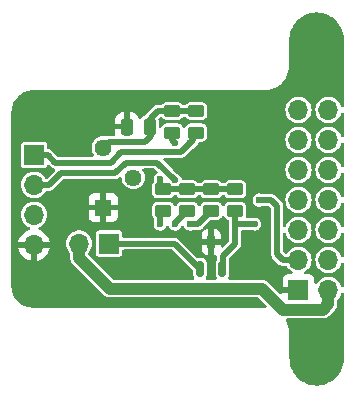
<source format=gbr>
%TF.GenerationSoftware,KiCad,Pcbnew,8.0.6+1*%
%TF.CreationDate,2024-12-08T19:19:34+01:00*%
%TF.ProjectId,8x2 backpack,38783220-6261-4636-9b70-61636b2e6b69,rev?*%
%TF.SameCoordinates,Original*%
%TF.FileFunction,Copper,L2,Bot*%
%TF.FilePolarity,Positive*%
%FSLAX46Y46*%
G04 Gerber Fmt 4.6, Leading zero omitted, Abs format (unit mm)*
G04 Created by KiCad (PCBNEW 8.0.6+1) date 2024-12-08 19:19:34*
%MOMM*%
%LPD*%
G01*
G04 APERTURE LIST*
G04 Aperture macros list*
%AMRoundRect*
0 Rectangle with rounded corners*
0 $1 Rounding radius*
0 $2 $3 $4 $5 $6 $7 $8 $9 X,Y pos of 4 corners*
0 Add a 4 corners polygon primitive as box body*
4,1,4,$2,$3,$4,$5,$6,$7,$8,$9,$2,$3,0*
0 Add four circle primitives for the rounded corners*
1,1,$1+$1,$2,$3*
1,1,$1+$1,$4,$5*
1,1,$1+$1,$6,$7*
1,1,$1+$1,$8,$9*
0 Add four rect primitives between the rounded corners*
20,1,$1+$1,$2,$3,$4,$5,0*
20,1,$1+$1,$4,$5,$6,$7,0*
20,1,$1+$1,$6,$7,$8,$9,0*
20,1,$1+$1,$8,$9,$2,$3,0*%
G04 Aperture macros list end*
%TA.AperFunction,ComponentPad*%
%ADD10R,1.700000X1.700000*%
%TD*%
%TA.AperFunction,ComponentPad*%
%ADD11O,1.700000X1.700000*%
%TD*%
%TA.AperFunction,ComponentPad*%
%ADD12O,4.500000X4.500000*%
%TD*%
%TA.AperFunction,ComponentPad*%
%ADD13R,1.440000X1.440000*%
%TD*%
%TA.AperFunction,ComponentPad*%
%ADD14C,1.440000*%
%TD*%
%TA.AperFunction,SMDPad,CuDef*%
%ADD15RoundRect,0.250000X0.450000X-0.262500X0.450000X0.262500X-0.450000X0.262500X-0.450000X-0.262500X0*%
%TD*%
%TA.AperFunction,SMDPad,CuDef*%
%ADD16RoundRect,0.250000X-0.250000X-0.475000X0.250000X-0.475000X0.250000X0.475000X-0.250000X0.475000X0*%
%TD*%
%TA.AperFunction,SMDPad,CuDef*%
%ADD17RoundRect,0.250000X-0.450000X0.262500X-0.450000X-0.262500X0.450000X-0.262500X0.450000X0.262500X0*%
%TD*%
%TA.AperFunction,SMDPad,CuDef*%
%ADD18RoundRect,0.150000X0.150000X-0.512500X0.150000X0.512500X-0.150000X0.512500X-0.150000X-0.512500X0*%
%TD*%
%TA.AperFunction,ViaPad*%
%ADD19C,0.600000*%
%TD*%
%TA.AperFunction,Conductor*%
%ADD20C,0.500000*%
%TD*%
%TA.AperFunction,Conductor*%
%ADD21C,1.000000*%
%TD*%
G04 APERTURE END LIST*
D10*
%TO.P,J3,1,Pin_1*%
%TO.N,Net-(J3-Pin_1)*%
X42608500Y-53086000D03*
D11*
%TO.P,J3,2,Pin_2*%
%TO.N,+5V*%
X40068500Y-53086000D03*
%TD*%
D12*
%TO.P,,2,Pin_2*%
%TO.N,GND*%
X60134500Y-62774000D03*
%TD*%
%TO.P,,2,Pin_2*%
%TO.N,GND*%
X60174500Y-35814000D03*
%TD*%
D13*
%TO.P,RV1,1,1*%
%TO.N,GND*%
X42100500Y-50038000D03*
D14*
%TO.P,RV1,2,2*%
%TO.N,LCD_3(VO)*%
X44640500Y-47498000D03*
%TO.P,RV1,3,3*%
%TO.N,+5V*%
X42100500Y-44958000D03*
%TD*%
D10*
%TO.P,J2,1,Pin_1*%
%TO.N,SCL*%
X36258500Y-45584000D03*
D11*
%TO.P,J2,2,Pin_2*%
%TO.N,SDA*%
X36258500Y-48124000D03*
%TO.P,J2,3,Pin_3*%
%TO.N,+5V*%
X36258500Y-50664000D03*
%TO.P,J2,4,Pin_4*%
%TO.N,GND*%
X36258500Y-53204000D03*
%TD*%
D15*
%TO.P,R3,1*%
%TO.N,Net-(U1-A1)*%
X49212500Y-50315500D03*
%TO.P,R3,2*%
%TO.N,+5V*%
X49212500Y-48490500D03*
%TD*%
D16*
%TO.P,C1,1*%
%TO.N,GND*%
X44132500Y-43180000D03*
%TO.P,C1,2*%
%TO.N,+5V*%
X46032500Y-43180000D03*
%TD*%
D17*
%TO.P,R1,1*%
%TO.N,+5V*%
X53276500Y-48490500D03*
%TO.P,R1,2*%
%TO.N,Net-(Q1-B)*%
X53276500Y-50315500D03*
%TD*%
D10*
%TO.P,J1,1,Pin_1*%
%TO.N,GND*%
X58634500Y-57014000D03*
D11*
%TO.P,J1,2,Pin_2*%
%TO.N,+5V*%
X61174500Y-57014000D03*
%TO.P,J1,3,Pin_3*%
%TO.N,LCD_3(VO)*%
X58634500Y-54474000D03*
%TO.P,J1,4,Pin_4*%
%TO.N,LCD_4(RS)*%
X61174500Y-54474000D03*
%TO.P,J1,5,Pin_5*%
%TO.N,LCD_5(RW)*%
X58634500Y-51934000D03*
%TO.P,J1,6,Pin_6*%
%TO.N,LCD_6(CS)*%
X61174500Y-51934000D03*
%TO.P,J1,7,Pin_7*%
%TO.N,unconnected-(J1-Pin_7-Pad7)*%
X58634500Y-49394000D03*
%TO.P,J1,8,Pin_8*%
%TO.N,unconnected-(J1-Pin_8-Pad8)*%
X61174500Y-49394000D03*
%TO.P,J1,9,Pin_9*%
%TO.N,unconnected-(J1-Pin_9-Pad9)*%
X58634500Y-46854000D03*
%TO.P,J1,10,Pin_10*%
%TO.N,unconnected-(J1-Pin_10-Pad10)*%
X61174500Y-46854000D03*
%TO.P,J1,11,Pin_11*%
%TO.N,LCD_11(DB4)*%
X58634500Y-44314000D03*
%TO.P,J1,12,Pin_12*%
%TO.N,LCD_12(DB5)*%
X61174500Y-44314000D03*
%TO.P,J1,13,Pin_13*%
%TO.N,LCD_13(DB6)*%
X58634500Y-41774000D03*
%TO.P,J1,14,Pin_14*%
%TO.N,LCD_14(D7)*%
X61174500Y-41774000D03*
%TD*%
D15*
%TO.P,R8,1*%
%TO.N,SDA*%
X47942500Y-43688000D03*
%TO.P,R8,2*%
%TO.N,+5V*%
X47942500Y-41863000D03*
%TD*%
%TO.P,R9,1*%
%TO.N,SCL*%
X49974500Y-43688000D03*
%TO.P,R9,2*%
%TO.N,+5V*%
X49974500Y-41863000D03*
%TD*%
D18*
%TO.P,Q1,1,C*%
%TO.N,Net-(J3-Pin_1)*%
X50294500Y-55234000D03*
%TO.P,Q1,2,B*%
%TO.N,Net-(Q1-B)*%
X52194500Y-55234000D03*
%TO.P,Q1,3,E*%
%TO.N,GND*%
X51244500Y-52959000D03*
%TD*%
D15*
%TO.P,R2,1*%
%TO.N,Net-(U1-A0)*%
X47180500Y-50315500D03*
%TO.P,R2,2*%
%TO.N,+5V*%
X47180500Y-48490500D03*
%TD*%
%TO.P,R4,1*%
%TO.N,Net-(U1-A2)*%
X51244500Y-50315500D03*
%TO.P,R4,2*%
%TO.N,+5V*%
X51244500Y-48490500D03*
%TD*%
D19*
%TO.N,GND*%
X55816500Y-51435000D03*
X58610500Y-39116000D03*
X53784500Y-58166000D03*
X44386500Y-50292000D03*
X40322500Y-57912000D03*
X62166500Y-59690000D03*
X55562500Y-48006000D03*
X53276500Y-40894000D03*
X44569887Y-54590737D03*
X36500000Y-41500000D03*
%TO.N,+5V*%
X46926500Y-47625000D03*
%TO.N,LCD_3(VO)*%
X55308500Y-49403000D03*
%TO.N,SCL*%
X49466500Y-44577000D03*
%TO.N,SDA*%
X48196500Y-47730462D03*
X48196500Y-44577000D03*
%TO.N,Net-(Q1-B)*%
X54927500Y-51435000D03*
%TO.N,Net-(U1-A0)*%
X46926500Y-51435000D03*
%TO.N,Net-(U1-A1)*%
X48196500Y-51435000D03*
%TO.N,Net-(U1-A2)*%
X49466500Y-51435000D03*
%TD*%
D20*
%TO.N,+5V*%
X46117500Y-43989000D02*
X46117500Y-42465000D01*
X42608500Y-44450000D02*
X45656500Y-44450000D01*
X45656500Y-44450000D02*
X46117500Y-43989000D01*
X51244500Y-48490500D02*
X53276500Y-48490500D01*
D21*
X57340500Y-58674000D02*
X60716581Y-58674000D01*
D20*
X46926500Y-48236500D02*
X47180500Y-48490500D01*
X46117500Y-42465000D02*
X46719500Y-41863000D01*
X46719500Y-41863000D02*
X49974500Y-41863000D01*
D21*
X55562500Y-56896000D02*
X57340500Y-58674000D01*
X40068500Y-53086000D02*
X40068500Y-54288081D01*
X61174500Y-58216081D02*
X61174500Y-57014000D01*
X60716581Y-58674000D02*
X61174500Y-58216081D01*
X42676419Y-56896000D02*
X55562500Y-56896000D01*
D20*
X42100500Y-44958000D02*
X42608500Y-44450000D01*
X46926500Y-47625000D02*
X46926500Y-48236500D01*
X47180500Y-48490500D02*
X51244500Y-48490500D01*
D21*
X40068500Y-54288081D02*
X42676419Y-56896000D01*
D20*
%TO.N,LCD_3(VO)*%
X57331500Y-54474000D02*
X58634500Y-54474000D01*
X56832500Y-53975000D02*
X57331500Y-54474000D01*
X56832500Y-49911000D02*
X56832500Y-53975000D01*
X55308500Y-49403000D02*
X56324500Y-49403000D01*
X56324500Y-49403000D02*
X56832500Y-49911000D01*
%TO.N,SCL*%
X36258500Y-45584000D02*
X36267500Y-45593000D01*
X49720500Y-44323000D02*
X49466500Y-44577000D01*
X48716500Y-45327000D02*
X49466500Y-44577000D01*
X38036500Y-46228000D02*
X42735500Y-46228000D01*
X49720500Y-43434000D02*
X49720500Y-44323000D01*
X36267500Y-45593000D02*
X37401500Y-45593000D01*
X42735500Y-46228000D02*
X43636500Y-45327000D01*
X43636500Y-45327000D02*
X48716500Y-45327000D01*
X37401500Y-45593000D02*
X38036500Y-46228000D01*
%TO.N,SDA*%
X48196500Y-47730462D02*
X46694038Y-46228000D01*
X47942500Y-44323000D02*
X48196500Y-44577000D01*
X43116500Y-47117000D02*
X38544500Y-47117000D01*
X38544500Y-47117000D02*
X37537500Y-48124000D01*
X47942500Y-43434000D02*
X47942500Y-44323000D01*
X37537500Y-48124000D02*
X36258500Y-48124000D01*
X46694038Y-46228000D02*
X44005500Y-46228000D01*
X44005500Y-46228000D02*
X43116500Y-47117000D01*
%TO.N,Net-(J3-Pin_1)*%
X42608500Y-53086000D02*
X48146500Y-53086000D01*
X48146500Y-53086000D02*
X50294500Y-55234000D01*
%TO.N,Net-(Q1-B)*%
X53276500Y-53086000D02*
X53276500Y-51435000D01*
X52260500Y-54102000D02*
X53276500Y-53086000D01*
X53276500Y-51435000D02*
X54927500Y-51435000D01*
X53276500Y-50315500D02*
X53276500Y-51435000D01*
X52194500Y-55234000D02*
X52260500Y-55168000D01*
X52260500Y-55168000D02*
X52260500Y-54102000D01*
%TO.N,Net-(U1-A0)*%
X46926500Y-51435000D02*
X46926500Y-50569500D01*
X46926500Y-50569500D02*
X47180500Y-50315500D01*
%TO.N,Net-(U1-A1)*%
X48196500Y-51435000D02*
X48196500Y-51331500D01*
X48196500Y-51331500D02*
X49212500Y-50315500D01*
%TO.N,Net-(U1-A2)*%
X50125000Y-51435000D02*
X51244500Y-50315500D01*
X49466500Y-51435000D02*
X50125000Y-51435000D01*
%TD*%
%TA.AperFunction,Conductor*%
%TO.N,GND*%
G36*
X62400562Y-57258422D02*
G01*
X62453748Y-57303731D01*
X62473996Y-57370603D01*
X62474000Y-57371645D01*
X62474000Y-62810249D01*
X62473774Y-62817736D01*
X62457686Y-63083688D01*
X62455881Y-63098552D01*
X62408532Y-63356931D01*
X62404948Y-63371470D01*
X62326803Y-63622246D01*
X62321494Y-63636247D01*
X62213684Y-63875791D01*
X62206725Y-63889050D01*
X62070831Y-64113846D01*
X62062325Y-64126169D01*
X61900323Y-64332949D01*
X61890393Y-64344157D01*
X61704657Y-64529893D01*
X61693449Y-64539823D01*
X61486669Y-64701825D01*
X61474346Y-64710331D01*
X61249550Y-64846225D01*
X61236291Y-64853184D01*
X60996747Y-64960994D01*
X60982746Y-64966303D01*
X60731970Y-65044448D01*
X60717431Y-65048032D01*
X60459052Y-65095381D01*
X60444188Y-65097186D01*
X60181987Y-65113047D01*
X60167013Y-65113047D01*
X59904811Y-65097186D01*
X59889947Y-65095381D01*
X59631568Y-65048032D01*
X59617029Y-65044448D01*
X59366253Y-64966303D01*
X59352252Y-64960994D01*
X59112708Y-64853184D01*
X59099449Y-64846225D01*
X58874653Y-64710331D01*
X58862330Y-64701825D01*
X58859948Y-64699959D01*
X58655550Y-64539823D01*
X58644342Y-64529893D01*
X58458606Y-64344157D01*
X58448676Y-64332949D01*
X58386793Y-64253961D01*
X58286670Y-64126163D01*
X58278172Y-64113852D01*
X58142271Y-63889044D01*
X58135318Y-63875798D01*
X58027503Y-63636242D01*
X58022196Y-63622246D01*
X58016982Y-63605513D01*
X57944049Y-63371463D01*
X57940467Y-63356931D01*
X57939342Y-63350793D01*
X57893117Y-63098551D01*
X57891313Y-63083688D01*
X57884173Y-62965657D01*
X57875226Y-62817736D01*
X57875113Y-62813998D01*
X58269145Y-62813998D01*
X58269145Y-62814001D01*
X58288539Y-63085160D01*
X58288540Y-63085167D01*
X58289847Y-63091174D01*
X58346325Y-63350801D01*
X58412299Y-63527683D01*
X58441330Y-63605519D01*
X58571609Y-63844107D01*
X58571610Y-63844108D01*
X58571613Y-63844113D01*
X58734529Y-64061742D01*
X58734533Y-64061746D01*
X58734538Y-64061752D01*
X58926747Y-64253961D01*
X58926753Y-64253966D01*
X58926758Y-64253971D01*
X59144387Y-64416887D01*
X59144391Y-64416889D01*
X59144392Y-64416890D01*
X59382981Y-64547169D01*
X59382980Y-64547169D01*
X59382984Y-64547170D01*
X59382987Y-64547172D01*
X59637699Y-64642175D01*
X59903340Y-64699961D01*
X60155105Y-64717967D01*
X60174499Y-64719355D01*
X60174500Y-64719355D01*
X60174501Y-64719355D01*
X60192600Y-64718060D01*
X60445660Y-64699961D01*
X60711301Y-64642175D01*
X60966013Y-64547172D01*
X60966017Y-64547169D01*
X60966019Y-64547169D01*
X61085313Y-64482029D01*
X61204613Y-64416887D01*
X61422242Y-64253971D01*
X61614471Y-64061742D01*
X61777387Y-63844113D01*
X61907672Y-63605513D01*
X62002675Y-63350801D01*
X62060461Y-63085160D01*
X62079855Y-62814000D01*
X62060461Y-62542840D01*
X62002675Y-62277199D01*
X61907672Y-62022487D01*
X61907670Y-62022484D01*
X61907669Y-62022480D01*
X61777390Y-61783892D01*
X61777389Y-61783891D01*
X61777387Y-61783887D01*
X61614471Y-61566258D01*
X61614466Y-61566253D01*
X61614461Y-61566247D01*
X61422252Y-61374038D01*
X61422246Y-61374033D01*
X61422242Y-61374029D01*
X61204613Y-61211113D01*
X61204608Y-61211110D01*
X61204607Y-61211109D01*
X60966018Y-61080830D01*
X60966019Y-61080830D01*
X60916420Y-61062330D01*
X60711301Y-60985825D01*
X60711294Y-60985823D01*
X60711293Y-60985823D01*
X60445667Y-60928040D01*
X60445660Y-60928039D01*
X60174501Y-60908645D01*
X60174499Y-60908645D01*
X59903339Y-60928039D01*
X59903332Y-60928040D01*
X59637706Y-60985823D01*
X59637702Y-60985824D01*
X59637699Y-60985825D01*
X59510343Y-61033326D01*
X59382980Y-61080830D01*
X59144392Y-61211109D01*
X59144391Y-61211110D01*
X58926759Y-61374028D01*
X58926747Y-61374038D01*
X58734538Y-61566247D01*
X58734528Y-61566259D01*
X58571610Y-61783891D01*
X58571609Y-61783892D01*
X58441330Y-62022480D01*
X58412299Y-62100317D01*
X58346325Y-62277199D01*
X58346324Y-62277202D01*
X58346323Y-62277206D01*
X58288540Y-62542832D01*
X58288539Y-62542839D01*
X58269145Y-62813998D01*
X57875113Y-62813998D01*
X57875000Y-62810249D01*
X57875000Y-60576891D01*
X57862642Y-60475118D01*
X57842912Y-60312624D01*
X57779203Y-60054148D01*
X57684803Y-59805236D01*
X57582400Y-59610122D01*
X57568676Y-59541617D01*
X57594169Y-59476564D01*
X57650785Y-59435620D01*
X57692198Y-59428500D01*
X60636135Y-59428500D01*
X60636155Y-59428501D01*
X60642269Y-59428501D01*
X60790895Y-59428501D01*
X60912475Y-59404315D01*
X60912475Y-59404316D01*
X60912481Y-59404313D01*
X60936661Y-59399505D01*
X60972523Y-59384649D01*
X60993525Y-59375951D01*
X60993528Y-59375949D01*
X60993536Y-59375946D01*
X61073970Y-59342630D01*
X61197547Y-59260059D01*
X61655463Y-58802141D01*
X61655466Y-58802140D01*
X61760559Y-58697047D01*
X61843129Y-58573471D01*
X61900005Y-58436161D01*
X61929000Y-58290393D01*
X61929000Y-57875502D01*
X61948685Y-57808463D01*
X61969460Y-57783866D01*
X61994232Y-57761285D01*
X62117588Y-57597935D01*
X62208828Y-57414701D01*
X62230733Y-57337709D01*
X62268013Y-57278618D01*
X62331322Y-57249060D01*
X62400562Y-57258422D01*
G37*
%TD.AperFunction*%
%TA.AperFunction,Conductor*%
G36*
X60444190Y-33530813D02*
G01*
X60459051Y-33532617D01*
X60717438Y-33579968D01*
X60731963Y-33583549D01*
X60982751Y-33661698D01*
X60996742Y-33667003D01*
X61236298Y-33774818D01*
X61249544Y-33781771D01*
X61474352Y-33917672D01*
X61486663Y-33926170D01*
X61693449Y-34088176D01*
X61704657Y-34098106D01*
X61890393Y-34283842D01*
X61900323Y-34295050D01*
X62062325Y-34501830D01*
X62070829Y-34514150D01*
X62102330Y-34566259D01*
X62206725Y-34738949D01*
X62213684Y-34752208D01*
X62321494Y-34991752D01*
X62326803Y-35005753D01*
X62404948Y-35256529D01*
X62408532Y-35271068D01*
X62455881Y-35529447D01*
X62457686Y-35544311D01*
X62473774Y-35810263D01*
X62474000Y-35817750D01*
X62474000Y-41416354D01*
X62454315Y-41483393D01*
X62401511Y-41529148D01*
X62332353Y-41539092D01*
X62268797Y-41510067D01*
X62231023Y-41451289D01*
X62230734Y-41450288D01*
X62208830Y-41373303D01*
X62208827Y-41373297D01*
X62151489Y-41258148D01*
X62117588Y-41190065D01*
X61994232Y-41026715D01*
X61994230Y-41026712D01*
X61842962Y-40888814D01*
X61842960Y-40888812D01*
X61668930Y-40781057D01*
X61668924Y-40781054D01*
X61518493Y-40722777D01*
X61478056Y-40707112D01*
X61276847Y-40669500D01*
X61072153Y-40669500D01*
X60870944Y-40707112D01*
X60870941Y-40707112D01*
X60870941Y-40707113D01*
X60680075Y-40781054D01*
X60680069Y-40781057D01*
X60506039Y-40888812D01*
X60506037Y-40888814D01*
X60354769Y-41026712D01*
X60231412Y-41190064D01*
X60140173Y-41373295D01*
X60140172Y-41373299D01*
X60089259Y-41552242D01*
X60084154Y-41570183D01*
X60065268Y-41773999D01*
X60065268Y-41774000D01*
X60084154Y-41977816D01*
X60084154Y-41977818D01*
X60084155Y-41977821D01*
X60140172Y-42174701D01*
X60140173Y-42174704D01*
X60231412Y-42357935D01*
X60354769Y-42521287D01*
X60494676Y-42648828D01*
X60503361Y-42656746D01*
X60506037Y-42659185D01*
X60506039Y-42659187D01*
X60680069Y-42766942D01*
X60680075Y-42766945D01*
X60720510Y-42782609D01*
X60870944Y-42840888D01*
X61072153Y-42878500D01*
X61072156Y-42878500D01*
X61276844Y-42878500D01*
X61276847Y-42878500D01*
X61478056Y-42840888D01*
X61668927Y-42766944D01*
X61842962Y-42659186D01*
X61976448Y-42537497D01*
X61994230Y-42521287D01*
X62015970Y-42492499D01*
X62117588Y-42357935D01*
X62208828Y-42174701D01*
X62230733Y-42097709D01*
X62268013Y-42038618D01*
X62331322Y-42009060D01*
X62400562Y-42018422D01*
X62453748Y-42063731D01*
X62473996Y-42130603D01*
X62474000Y-42131645D01*
X62474000Y-43956354D01*
X62454315Y-44023393D01*
X62401511Y-44069148D01*
X62332353Y-44079092D01*
X62268797Y-44050067D01*
X62231023Y-43991289D01*
X62230734Y-43990288D01*
X62208830Y-43913303D01*
X62208827Y-43913297D01*
X62134158Y-43763342D01*
X62117588Y-43730065D01*
X61994232Y-43566715D01*
X61994230Y-43566712D01*
X61842962Y-43428814D01*
X61842960Y-43428812D01*
X61668930Y-43321057D01*
X61668924Y-43321054D01*
X61518493Y-43262777D01*
X61478056Y-43247112D01*
X61276847Y-43209500D01*
X61072153Y-43209500D01*
X60870944Y-43247112D01*
X60870941Y-43247112D01*
X60870941Y-43247113D01*
X60680075Y-43321054D01*
X60680069Y-43321057D01*
X60506039Y-43428812D01*
X60506037Y-43428814D01*
X60354769Y-43566712D01*
X60231412Y-43730064D01*
X60140173Y-43913295D01*
X60140172Y-43913299D01*
X60106669Y-44031052D01*
X60084154Y-44110183D01*
X60065268Y-44313999D01*
X60065268Y-44314000D01*
X60084154Y-44517816D01*
X60084154Y-44517818D01*
X60084155Y-44517821D01*
X60138531Y-44708933D01*
X60140173Y-44714704D01*
X60231412Y-44897935D01*
X60354769Y-45061287D01*
X60506037Y-45199185D01*
X60506039Y-45199187D01*
X60680069Y-45306942D01*
X60680075Y-45306945D01*
X60720510Y-45322609D01*
X60870944Y-45380888D01*
X61072153Y-45418500D01*
X61072156Y-45418500D01*
X61276844Y-45418500D01*
X61276847Y-45418500D01*
X61478056Y-45380888D01*
X61668927Y-45306944D01*
X61842962Y-45199186D01*
X61994155Y-45061355D01*
X61994230Y-45061287D01*
X61994232Y-45061285D01*
X62117588Y-44897935D01*
X62208828Y-44714701D01*
X62230733Y-44637709D01*
X62268013Y-44578618D01*
X62331322Y-44549060D01*
X62400562Y-44558422D01*
X62453748Y-44603731D01*
X62473996Y-44670603D01*
X62474000Y-44671645D01*
X62474000Y-46496354D01*
X62454315Y-46563393D01*
X62401511Y-46609148D01*
X62332353Y-46619092D01*
X62268797Y-46590067D01*
X62231023Y-46531289D01*
X62230734Y-46530288D01*
X62208830Y-46453303D01*
X62208827Y-46453297D01*
X62197585Y-46430721D01*
X62117588Y-46270065D01*
X61994232Y-46106715D01*
X61994230Y-46106712D01*
X61842962Y-45968814D01*
X61842960Y-45968812D01*
X61668930Y-45861057D01*
X61668924Y-45861054D01*
X61503882Y-45797117D01*
X61478056Y-45787112D01*
X61276847Y-45749500D01*
X61072153Y-45749500D01*
X60870944Y-45787112D01*
X60870941Y-45787112D01*
X60870941Y-45787113D01*
X60680075Y-45861054D01*
X60680069Y-45861057D01*
X60506039Y-45968812D01*
X60506037Y-45968814D01*
X60354769Y-46106712D01*
X60231412Y-46270064D01*
X60140173Y-46453295D01*
X60140172Y-46453299D01*
X60089413Y-46631701D01*
X60084154Y-46650183D01*
X60065268Y-46853999D01*
X60065268Y-46854000D01*
X60084154Y-47057816D01*
X60084154Y-47057818D01*
X60084155Y-47057821D01*
X60133009Y-47229526D01*
X60140173Y-47254704D01*
X60231412Y-47437935D01*
X60354769Y-47601287D01*
X60506037Y-47739185D01*
X60506039Y-47739187D01*
X60680069Y-47846942D01*
X60680075Y-47846945D01*
X60720510Y-47862609D01*
X60870944Y-47920888D01*
X61072153Y-47958500D01*
X61072156Y-47958500D01*
X61276844Y-47958500D01*
X61276847Y-47958500D01*
X61478056Y-47920888D01*
X61668927Y-47846944D01*
X61842962Y-47739186D01*
X61994232Y-47601285D01*
X62117588Y-47437935D01*
X62208828Y-47254701D01*
X62230733Y-47177709D01*
X62268013Y-47118618D01*
X62331322Y-47089060D01*
X62400562Y-47098422D01*
X62453748Y-47143731D01*
X62473996Y-47210603D01*
X62474000Y-47211645D01*
X62474000Y-49036354D01*
X62454315Y-49103393D01*
X62401511Y-49149148D01*
X62332353Y-49159092D01*
X62268797Y-49130067D01*
X62231023Y-49071289D01*
X62230734Y-49070288D01*
X62208830Y-48993303D01*
X62208827Y-48993297D01*
X62178743Y-48932881D01*
X62117588Y-48810065D01*
X61994232Y-48646715D01*
X61994230Y-48646712D01*
X61842962Y-48508814D01*
X61842960Y-48508812D01*
X61668930Y-48401057D01*
X61668924Y-48401054D01*
X61479873Y-48327816D01*
X61478056Y-48327112D01*
X61276847Y-48289500D01*
X61072153Y-48289500D01*
X60870944Y-48327112D01*
X60870941Y-48327112D01*
X60870941Y-48327113D01*
X60680075Y-48401054D01*
X60680069Y-48401057D01*
X60506039Y-48508812D01*
X60506037Y-48508814D01*
X60354769Y-48646712D01*
X60231412Y-48810064D01*
X60140173Y-48993295D01*
X60084154Y-49190183D01*
X60065268Y-49393999D01*
X60065268Y-49394000D01*
X60084154Y-49597816D01*
X60084154Y-49597818D01*
X60084155Y-49597821D01*
X60139516Y-49792394D01*
X60140173Y-49794704D01*
X60231412Y-49977935D01*
X60354769Y-50141287D01*
X60506037Y-50279185D01*
X60506039Y-50279187D01*
X60680069Y-50386942D01*
X60680075Y-50386945D01*
X60720510Y-50402609D01*
X60870944Y-50460888D01*
X61072153Y-50498500D01*
X61072156Y-50498500D01*
X61276844Y-50498500D01*
X61276847Y-50498500D01*
X61478056Y-50460888D01*
X61668927Y-50386944D01*
X61842962Y-50279186D01*
X61971508Y-50162000D01*
X61994230Y-50141287D01*
X62032461Y-50090661D01*
X62117588Y-49977935D01*
X62208828Y-49794701D01*
X62230733Y-49717709D01*
X62268013Y-49658618D01*
X62331322Y-49629060D01*
X62400562Y-49638422D01*
X62453748Y-49683731D01*
X62473996Y-49750603D01*
X62474000Y-49751645D01*
X62474000Y-51576354D01*
X62454315Y-51643393D01*
X62401511Y-51689148D01*
X62332353Y-51699092D01*
X62268797Y-51670067D01*
X62231023Y-51611289D01*
X62230734Y-51610288D01*
X62208830Y-51533303D01*
X62208827Y-51533297D01*
X62159881Y-51435001D01*
X62117588Y-51350065D01*
X62040463Y-51247935D01*
X61994230Y-51186712D01*
X61842962Y-51048814D01*
X61842960Y-51048812D01*
X61668930Y-50941057D01*
X61668924Y-50941054D01*
X61479873Y-50867816D01*
X61478056Y-50867112D01*
X61276847Y-50829500D01*
X61072153Y-50829500D01*
X60870944Y-50867112D01*
X60870941Y-50867112D01*
X60870941Y-50867113D01*
X60680075Y-50941054D01*
X60680069Y-50941057D01*
X60506039Y-51048812D01*
X60506037Y-51048814D01*
X60354769Y-51186712D01*
X60231412Y-51350064D01*
X60140173Y-51533295D01*
X60127922Y-51576354D01*
X60095044Y-51691910D01*
X60084154Y-51730183D01*
X60065268Y-51933999D01*
X60065268Y-51934000D01*
X60084154Y-52137816D01*
X60084154Y-52137818D01*
X60084155Y-52137821D01*
X60139665Y-52332920D01*
X60140173Y-52334704D01*
X60231412Y-52517935D01*
X60354769Y-52681287D01*
X60506037Y-52819185D01*
X60506039Y-52819187D01*
X60680069Y-52926942D01*
X60680075Y-52926945D01*
X60720510Y-52942609D01*
X60870944Y-53000888D01*
X61072153Y-53038500D01*
X61072156Y-53038500D01*
X61276844Y-53038500D01*
X61276847Y-53038500D01*
X61478056Y-53000888D01*
X61668927Y-52926944D01*
X61842962Y-52819186D01*
X61994232Y-52681285D01*
X62117588Y-52517935D01*
X62208828Y-52334701D01*
X62230733Y-52257709D01*
X62268013Y-52198618D01*
X62331322Y-52169060D01*
X62400562Y-52178422D01*
X62453748Y-52223731D01*
X62473996Y-52290603D01*
X62474000Y-52291645D01*
X62474000Y-54116354D01*
X62454315Y-54183393D01*
X62401511Y-54229148D01*
X62332353Y-54239092D01*
X62268797Y-54210067D01*
X62231023Y-54151289D01*
X62230734Y-54150288D01*
X62208830Y-54073303D01*
X62208827Y-54073297D01*
X62192952Y-54041416D01*
X62117588Y-53890065D01*
X62023921Y-53766029D01*
X61994230Y-53726712D01*
X61842962Y-53588814D01*
X61842960Y-53588812D01*
X61668930Y-53481057D01*
X61668924Y-53481054D01*
X61514803Y-53421348D01*
X61478056Y-53407112D01*
X61276847Y-53369500D01*
X61072153Y-53369500D01*
X60870944Y-53407112D01*
X60870941Y-53407112D01*
X60870941Y-53407113D01*
X60680075Y-53481054D01*
X60680069Y-53481057D01*
X60506039Y-53588812D01*
X60506037Y-53588814D01*
X60354769Y-53726712D01*
X60231412Y-53890064D01*
X60140173Y-54073295D01*
X60084154Y-54270183D01*
X60065268Y-54473999D01*
X60065268Y-54474000D01*
X60084154Y-54677816D01*
X60084154Y-54677818D01*
X60084155Y-54677821D01*
X60110111Y-54769047D01*
X60140173Y-54874704D01*
X60231412Y-55057935D01*
X60354769Y-55221287D01*
X60506037Y-55359185D01*
X60506039Y-55359187D01*
X60680069Y-55466942D01*
X60680075Y-55466945D01*
X60720510Y-55482609D01*
X60870944Y-55540888D01*
X61072153Y-55578500D01*
X61072156Y-55578500D01*
X61276844Y-55578500D01*
X61276847Y-55578500D01*
X61478056Y-55540888D01*
X61668927Y-55466944D01*
X61842962Y-55359186D01*
X61994232Y-55221285D01*
X62117588Y-55057935D01*
X62208828Y-54874701D01*
X62230733Y-54797709D01*
X62268013Y-54738618D01*
X62331322Y-54709060D01*
X62400562Y-54718422D01*
X62453748Y-54763731D01*
X62473996Y-54830603D01*
X62474000Y-54831645D01*
X62474000Y-56656354D01*
X62454315Y-56723393D01*
X62401511Y-56769148D01*
X62332353Y-56779092D01*
X62268797Y-56750067D01*
X62231023Y-56691289D01*
X62230734Y-56690288D01*
X62208830Y-56613303D01*
X62208827Y-56613297D01*
X62176350Y-56548075D01*
X62117588Y-56430065D01*
X62058404Y-56351693D01*
X61994230Y-56266712D01*
X61842962Y-56128814D01*
X61842960Y-56128812D01*
X61668930Y-56021057D01*
X61668924Y-56021054D01*
X61518493Y-55962777D01*
X61478056Y-55947112D01*
X61276847Y-55909500D01*
X61072153Y-55909500D01*
X60870944Y-55947112D01*
X60870941Y-55947112D01*
X60870941Y-55947113D01*
X60680075Y-56021054D01*
X60680069Y-56021057D01*
X60506039Y-56128812D01*
X60506037Y-56128814D01*
X60354769Y-56266712D01*
X60231413Y-56430062D01*
X60219500Y-56453988D01*
X60171996Y-56505224D01*
X60104333Y-56522645D01*
X60037993Y-56500719D01*
X59994038Y-56446407D01*
X59984500Y-56398715D01*
X59984500Y-56116172D01*
X59984499Y-56116155D01*
X59978098Y-56056627D01*
X59978096Y-56056620D01*
X59927854Y-55921913D01*
X59927850Y-55921906D01*
X59841690Y-55806812D01*
X59841687Y-55806809D01*
X59726593Y-55720649D01*
X59726586Y-55720645D01*
X59591879Y-55670403D01*
X59591872Y-55670401D01*
X59532344Y-55664000D01*
X59246485Y-55664000D01*
X59179446Y-55644315D01*
X59133691Y-55591511D01*
X59123747Y-55522353D01*
X59152772Y-55458797D01*
X59181208Y-55434573D01*
X59302960Y-55359187D01*
X59302959Y-55359187D01*
X59302962Y-55359186D01*
X59454232Y-55221285D01*
X59577588Y-55057935D01*
X59668828Y-54874701D01*
X59724845Y-54677821D01*
X59743732Y-54474000D01*
X59724845Y-54270179D01*
X59668828Y-54073299D01*
X59577588Y-53890065D01*
X59483921Y-53766029D01*
X59454230Y-53726712D01*
X59302962Y-53588814D01*
X59302960Y-53588812D01*
X59128930Y-53481057D01*
X59128924Y-53481054D01*
X58974803Y-53421348D01*
X58938056Y-53407112D01*
X58736847Y-53369500D01*
X58532153Y-53369500D01*
X58330944Y-53407112D01*
X58330941Y-53407112D01*
X58330941Y-53407113D01*
X58140075Y-53481054D01*
X58140069Y-53481057D01*
X57966039Y-53588812D01*
X57966037Y-53588814D01*
X57814769Y-53726712D01*
X57691409Y-53890068D01*
X57688395Y-53894937D01*
X57687314Y-53894267D01*
X57644136Y-53940831D01*
X57576471Y-53958246D01*
X57510133Y-53936313D01*
X57492968Y-53921997D01*
X57373319Y-53802348D01*
X57339834Y-53741025D01*
X57337000Y-53714667D01*
X57337000Y-52298674D01*
X57356685Y-52231635D01*
X57409489Y-52185880D01*
X57478647Y-52175936D01*
X57542203Y-52204961D01*
X57579977Y-52263739D01*
X57580267Y-52264741D01*
X57600172Y-52334702D01*
X57691412Y-52517935D01*
X57814769Y-52681287D01*
X57966037Y-52819185D01*
X57966039Y-52819187D01*
X58140069Y-52926942D01*
X58140075Y-52926945D01*
X58180510Y-52942609D01*
X58330944Y-53000888D01*
X58532153Y-53038500D01*
X58532156Y-53038500D01*
X58736844Y-53038500D01*
X58736847Y-53038500D01*
X58938056Y-53000888D01*
X59128927Y-52926944D01*
X59302962Y-52819186D01*
X59454232Y-52681285D01*
X59577588Y-52517935D01*
X59668828Y-52334701D01*
X59724845Y-52137821D01*
X59743732Y-51934000D01*
X59743251Y-51928814D01*
X59734901Y-51838701D01*
X59724845Y-51730179D01*
X59668828Y-51533299D01*
X59577588Y-51350065D01*
X59500463Y-51247935D01*
X59454230Y-51186712D01*
X59302962Y-51048814D01*
X59302960Y-51048812D01*
X59128930Y-50941057D01*
X59128924Y-50941054D01*
X58939873Y-50867816D01*
X58938056Y-50867112D01*
X58736847Y-50829500D01*
X58532153Y-50829500D01*
X58330944Y-50867112D01*
X58330941Y-50867112D01*
X58330941Y-50867113D01*
X58140075Y-50941054D01*
X58140069Y-50941057D01*
X57966039Y-51048812D01*
X57966037Y-51048814D01*
X57814769Y-51186712D01*
X57691412Y-51350064D01*
X57600172Y-51533297D01*
X57600169Y-51533303D01*
X57580266Y-51603259D01*
X57542987Y-51662352D01*
X57479678Y-51691910D01*
X57410438Y-51682548D01*
X57357252Y-51637239D01*
X57337004Y-51570367D01*
X57337000Y-51569325D01*
X57337000Y-49844583D01*
X57337000Y-49844581D01*
X57302619Y-49716270D01*
X57236200Y-49601230D01*
X57142270Y-49507300D01*
X57028969Y-49393999D01*
X57525268Y-49393999D01*
X57525268Y-49394000D01*
X57544154Y-49597816D01*
X57544154Y-49597818D01*
X57544155Y-49597821D01*
X57599516Y-49792394D01*
X57600173Y-49794704D01*
X57691412Y-49977935D01*
X57814769Y-50141287D01*
X57966037Y-50279185D01*
X57966039Y-50279187D01*
X58140069Y-50386942D01*
X58140075Y-50386945D01*
X58180510Y-50402609D01*
X58330944Y-50460888D01*
X58532153Y-50498500D01*
X58532156Y-50498500D01*
X58736844Y-50498500D01*
X58736847Y-50498500D01*
X58938056Y-50460888D01*
X59128927Y-50386944D01*
X59302962Y-50279186D01*
X59431508Y-50162000D01*
X59454230Y-50141287D01*
X59492461Y-50090661D01*
X59577588Y-49977935D01*
X59668828Y-49794701D01*
X59724845Y-49597821D01*
X59743732Y-49394000D01*
X59724845Y-49190179D01*
X59668828Y-48993299D01*
X59577588Y-48810065D01*
X59454232Y-48646715D01*
X59454230Y-48646712D01*
X59302962Y-48508814D01*
X59302960Y-48508812D01*
X59128930Y-48401057D01*
X59128924Y-48401054D01*
X58939873Y-48327816D01*
X58938056Y-48327112D01*
X58736847Y-48289500D01*
X58532153Y-48289500D01*
X58330944Y-48327112D01*
X58330941Y-48327112D01*
X58330941Y-48327113D01*
X58140075Y-48401054D01*
X58140069Y-48401057D01*
X57966039Y-48508812D01*
X57966037Y-48508814D01*
X57814769Y-48646712D01*
X57691412Y-48810064D01*
X57600173Y-48993295D01*
X57544154Y-49190183D01*
X57525268Y-49393999D01*
X57028969Y-49393999D01*
X56634270Y-48999299D01*
X56608820Y-48984605D01*
X56561338Y-48957191D01*
X56561337Y-48957191D01*
X56519230Y-48932881D01*
X56519231Y-48932881D01*
X56487152Y-48924285D01*
X56390919Y-48898500D01*
X56390916Y-48898500D01*
X55564174Y-48898500D01*
X55516722Y-48889061D01*
X55453257Y-48862773D01*
X55453252Y-48862771D01*
X55308501Y-48843715D01*
X55308499Y-48843715D01*
X55163747Y-48862771D01*
X55163745Y-48862772D01*
X55028861Y-48918643D01*
X55028858Y-48918644D01*
X55028858Y-48918645D01*
X54978624Y-48957191D01*
X54913026Y-49007526D01*
X54824143Y-49123361D01*
X54768272Y-49258245D01*
X54768271Y-49258247D01*
X54749215Y-49402998D01*
X54749215Y-49403001D01*
X54768271Y-49547752D01*
X54768273Y-49547757D01*
X54824142Y-49682638D01*
X54824145Y-49682644D01*
X54913025Y-49798473D01*
X54913026Y-49798474D01*
X55028855Y-49887354D01*
X55028861Y-49887357D01*
X55049059Y-49895723D01*
X55163746Y-49943228D01*
X55236123Y-49952756D01*
X55308499Y-49962285D01*
X55308500Y-49962285D01*
X55308501Y-49962285D01*
X55356751Y-49955932D01*
X55453254Y-49943228D01*
X55498157Y-49924628D01*
X55516722Y-49916939D01*
X55564174Y-49907500D01*
X56064167Y-49907500D01*
X56131206Y-49927185D01*
X56151843Y-49943814D01*
X56291682Y-50083652D01*
X56325166Y-50144973D01*
X56328000Y-50171332D01*
X56328000Y-54041419D01*
X56362381Y-54169730D01*
X56374372Y-54190499D01*
X56428799Y-54284770D01*
X57021730Y-54877701D01*
X57136771Y-54944120D01*
X57230697Y-54969286D01*
X57230699Y-54969287D01*
X57230700Y-54969287D01*
X57239913Y-54971755D01*
X57265081Y-54978500D01*
X57265082Y-54978500D01*
X57397919Y-54978500D01*
X57575081Y-54978500D01*
X57642120Y-54998185D01*
X57686082Y-55047231D01*
X57691411Y-55057934D01*
X57814769Y-55221287D01*
X57966037Y-55359185D01*
X57966039Y-55359187D01*
X58087792Y-55434573D01*
X58134428Y-55486601D01*
X58145532Y-55555582D01*
X58117579Y-55619617D01*
X58059444Y-55658373D01*
X58022515Y-55664000D01*
X57736655Y-55664000D01*
X57677127Y-55670401D01*
X57677120Y-55670403D01*
X57542413Y-55720645D01*
X57542406Y-55720649D01*
X57427312Y-55806809D01*
X57427309Y-55806812D01*
X57341149Y-55921906D01*
X57341145Y-55921913D01*
X57290903Y-56056620D01*
X57290901Y-56056627D01*
X57284500Y-56116155D01*
X57284500Y-56764000D01*
X58201488Y-56764000D01*
X58168575Y-56821007D01*
X58134500Y-56948174D01*
X58134500Y-57079826D01*
X58168575Y-57206993D01*
X58201488Y-57264000D01*
X57284500Y-57264000D01*
X57279350Y-57269149D01*
X57264815Y-57318651D01*
X57212011Y-57364406D01*
X57142853Y-57374350D01*
X57079297Y-57345325D01*
X57072819Y-57339293D01*
X56043468Y-56309942D01*
X55978769Y-56266712D01*
X55919889Y-56227370D01*
X55919886Y-56227368D01*
X55919885Y-56227368D01*
X55839455Y-56194053D01*
X55782580Y-56170495D01*
X55758394Y-56165684D01*
X55636814Y-56141499D01*
X55636812Y-56141499D01*
X55488188Y-56141499D01*
X55482074Y-56141499D01*
X55482054Y-56141500D01*
X52799567Y-56141500D01*
X52732528Y-56121815D01*
X52686773Y-56069011D01*
X52676829Y-55999853D01*
X52689083Y-55961204D01*
X52696263Y-55947113D01*
X52733998Y-55873055D01*
X52733998Y-55873053D01*
X52733999Y-55873052D01*
X52749000Y-55778339D01*
X52749000Y-55310456D01*
X52753225Y-55278363D01*
X52765000Y-55234419D01*
X52765000Y-54362333D01*
X52784685Y-54295294D01*
X52801319Y-54274652D01*
X53235471Y-53840500D01*
X53680201Y-53395770D01*
X53741370Y-53289821D01*
X53746619Y-53280730D01*
X53781000Y-53152419D01*
X53781000Y-52063500D01*
X53800685Y-51996461D01*
X53853489Y-51950706D01*
X53905000Y-51939500D01*
X54671826Y-51939500D01*
X54719278Y-51948939D01*
X54749558Y-51961481D01*
X54782746Y-51975228D01*
X54830387Y-51981500D01*
X54927499Y-51994285D01*
X54927500Y-51994285D01*
X54927501Y-51994285D01*
X54975751Y-51987932D01*
X55072254Y-51975228D01*
X55207143Y-51919355D01*
X55322974Y-51830474D01*
X55411855Y-51714643D01*
X55467728Y-51579754D01*
X55486785Y-51435000D01*
X55467728Y-51290246D01*
X55411855Y-51155358D01*
X55322974Y-51039526D01*
X55207143Y-50950645D01*
X55207140Y-50950644D01*
X55207138Y-50950642D01*
X55072257Y-50894773D01*
X55072252Y-50894771D01*
X54927501Y-50875715D01*
X54927499Y-50875715D01*
X54782747Y-50894771D01*
X54782745Y-50894772D01*
X54744015Y-50910815D01*
X54719279Y-50921061D01*
X54671827Y-50930500D01*
X54312067Y-50930500D01*
X54245028Y-50910815D01*
X54199273Y-50858011D01*
X54189329Y-50788853D01*
X54195883Y-50763172D01*
X54224540Y-50686342D01*
X54226954Y-50663880D01*
X54230999Y-50626271D01*
X54230999Y-50626264D01*
X54231000Y-50626255D01*
X54230999Y-50004746D01*
X54224540Y-49944658D01*
X54203167Y-49887355D01*
X54173844Y-49808738D01*
X54173842Y-49808734D01*
X54173842Y-49808733D01*
X54104626Y-49716270D01*
X54086904Y-49692595D01*
X54002029Y-49629060D01*
X53970767Y-49605658D01*
X53834842Y-49554960D01*
X53834838Y-49554959D01*
X53774762Y-49548500D01*
X52778248Y-49548500D01*
X52778242Y-49548501D01*
X52718155Y-49554960D01*
X52582238Y-49605655D01*
X52582230Y-49605660D01*
X52466095Y-49692595D01*
X52379160Y-49808730D01*
X52379157Y-49808734D01*
X52376681Y-49815375D01*
X52334809Y-49871307D01*
X52269344Y-49895723D01*
X52201071Y-49880870D01*
X52151667Y-49831464D01*
X52144319Y-49815375D01*
X52141842Y-49808733D01*
X52072626Y-49716270D01*
X52054904Y-49692595D01*
X51970029Y-49629060D01*
X51938767Y-49605658D01*
X51802842Y-49554960D01*
X51802838Y-49554959D01*
X51742762Y-49548500D01*
X50746248Y-49548500D01*
X50746242Y-49548501D01*
X50686155Y-49554960D01*
X50550238Y-49605655D01*
X50550230Y-49605660D01*
X50434095Y-49692595D01*
X50347160Y-49808730D01*
X50347157Y-49808734D01*
X50344681Y-49815375D01*
X50302809Y-49871307D01*
X50237344Y-49895723D01*
X50169071Y-49880870D01*
X50119667Y-49831464D01*
X50112319Y-49815375D01*
X50109842Y-49808733D01*
X50040626Y-49716270D01*
X50022904Y-49692595D01*
X49938029Y-49629060D01*
X49906767Y-49605658D01*
X49770842Y-49554960D01*
X49770838Y-49554959D01*
X49710762Y-49548500D01*
X48714248Y-49548500D01*
X48714242Y-49548501D01*
X48654155Y-49554960D01*
X48518238Y-49605655D01*
X48518230Y-49605660D01*
X48402095Y-49692595D01*
X48315160Y-49808730D01*
X48315157Y-49808734D01*
X48312681Y-49815375D01*
X48270809Y-49871307D01*
X48205344Y-49895723D01*
X48137071Y-49880870D01*
X48087667Y-49831464D01*
X48080319Y-49815375D01*
X48077842Y-49808733D01*
X48008626Y-49716270D01*
X47990904Y-49692595D01*
X47906029Y-49629060D01*
X47874767Y-49605658D01*
X47738842Y-49554960D01*
X47738838Y-49554959D01*
X47678762Y-49548500D01*
X46682248Y-49548500D01*
X46682242Y-49548501D01*
X46622155Y-49554960D01*
X46486238Y-49605655D01*
X46486230Y-49605660D01*
X46370095Y-49692595D01*
X46283160Y-49808730D01*
X46283158Y-49808733D01*
X46232460Y-49944658D01*
X46232459Y-49944662D01*
X46226000Y-50004728D01*
X46226000Y-50626251D01*
X46226001Y-50626257D01*
X46232460Y-50686344D01*
X46283155Y-50822261D01*
X46283156Y-50822264D01*
X46283158Y-50822267D01*
X46308078Y-50855557D01*
X46370094Y-50938403D01*
X46372308Y-50940060D01*
X46373966Y-50942275D01*
X46376367Y-50944676D01*
X46376022Y-50945020D01*
X46414181Y-50995992D01*
X46422000Y-51039329D01*
X46422000Y-51179325D01*
X46412561Y-51226777D01*
X46386273Y-51290242D01*
X46386271Y-51290247D01*
X46367215Y-51434998D01*
X46367215Y-51435001D01*
X46386271Y-51579752D01*
X46386273Y-51579757D01*
X46442142Y-51714638D01*
X46442145Y-51714644D01*
X46531025Y-51830473D01*
X46531026Y-51830474D01*
X46646855Y-51919354D01*
X46646861Y-51919357D01*
X46682213Y-51934000D01*
X46781746Y-51975228D01*
X46829387Y-51981500D01*
X46926499Y-51994285D01*
X46926500Y-51994285D01*
X46926501Y-51994285D01*
X46974751Y-51987932D01*
X47071254Y-51975228D01*
X47206143Y-51919355D01*
X47321974Y-51830474D01*
X47410855Y-51714643D01*
X47446939Y-51627529D01*
X47490779Y-51573125D01*
X47557074Y-51551060D01*
X47624773Y-51568339D01*
X47672384Y-51619476D01*
X47676061Y-51627529D01*
X47712142Y-51714638D01*
X47712145Y-51714644D01*
X47801025Y-51830473D01*
X47801026Y-51830474D01*
X47916855Y-51919354D01*
X47916861Y-51919357D01*
X47952213Y-51934000D01*
X48051746Y-51975228D01*
X48099387Y-51981500D01*
X48196499Y-51994285D01*
X48196500Y-51994285D01*
X48196501Y-51994285D01*
X48244751Y-51987932D01*
X48341254Y-51975228D01*
X48476143Y-51919355D01*
X48591974Y-51830474D01*
X48680855Y-51714643D01*
X48716939Y-51627529D01*
X48760779Y-51573125D01*
X48827074Y-51551060D01*
X48894773Y-51568339D01*
X48942384Y-51619476D01*
X48946061Y-51627529D01*
X48982142Y-51714638D01*
X48982145Y-51714644D01*
X49071025Y-51830473D01*
X49071026Y-51830474D01*
X49186855Y-51919354D01*
X49186861Y-51919357D01*
X49222213Y-51934000D01*
X49321746Y-51975228D01*
X49369387Y-51981500D01*
X49466499Y-51994285D01*
X49466500Y-51994285D01*
X49466501Y-51994285D01*
X49514751Y-51987932D01*
X49611254Y-51975228D01*
X49656157Y-51956628D01*
X49674722Y-51948939D01*
X49722174Y-51939500D01*
X50191416Y-51939500D01*
X50191419Y-51939500D01*
X50319730Y-51905119D01*
X50361837Y-51880808D01*
X50423484Y-51845217D01*
X50441810Y-51834637D01*
X50443168Y-51836989D01*
X50495889Y-51816593D01*
X50498952Y-51817220D01*
X50521134Y-51754563D01*
X50533945Y-51739524D01*
X51154652Y-51118817D01*
X51215975Y-51085333D01*
X51242333Y-51082499D01*
X51742751Y-51082499D01*
X51742754Y-51082499D01*
X51802842Y-51076040D01*
X51938767Y-51025342D01*
X52054904Y-50938404D01*
X52141842Y-50822267D01*
X52144317Y-50815631D01*
X52186182Y-50759698D01*
X52251645Y-50735276D01*
X52319919Y-50750124D01*
X52369327Y-50799526D01*
X52376678Y-50815620D01*
X52379155Y-50822260D01*
X52379158Y-50822267D01*
X52405915Y-50858011D01*
X52466095Y-50938404D01*
X52523943Y-50981707D01*
X52582233Y-51025342D01*
X52691336Y-51066036D01*
X52747267Y-51107906D01*
X52771684Y-51173370D01*
X52772000Y-51182216D01*
X52772000Y-52825666D01*
X52752315Y-52892705D01*
X52735681Y-52913347D01*
X52256181Y-53392847D01*
X52194858Y-53426332D01*
X52125166Y-53421348D01*
X52069233Y-53379476D01*
X52044816Y-53314012D01*
X52044500Y-53305166D01*
X52044500Y-53209000D01*
X51494500Y-53209000D01*
X51494500Y-54118795D01*
X51494501Y-54118795D01*
X51496988Y-54118600D01*
X51496994Y-54118599D01*
X51597405Y-54089427D01*
X51667274Y-54089626D01*
X51725944Y-54127568D01*
X51754788Y-54191206D01*
X51756000Y-54208503D01*
X51756000Y-54386588D01*
X51736315Y-54453627D01*
X51719681Y-54474269D01*
X51713178Y-54480771D01*
X51713175Y-54480776D01*
X51655000Y-54594947D01*
X51640000Y-54689660D01*
X51640000Y-55778339D01*
X51655000Y-55873052D01*
X51655001Y-55873054D01*
X51655002Y-55873055D01*
X51692736Y-55947112D01*
X51699917Y-55961204D01*
X51712814Y-56029873D01*
X51686538Y-56094614D01*
X51629432Y-56134871D01*
X51589433Y-56141500D01*
X50899567Y-56141500D01*
X50832528Y-56121815D01*
X50786773Y-56069011D01*
X50776829Y-55999853D01*
X50789083Y-55961204D01*
X50796263Y-55947113D01*
X50833998Y-55873055D01*
X50833998Y-55873053D01*
X50833999Y-55873052D01*
X50849000Y-55778339D01*
X50849000Y-54689660D01*
X50833999Y-54594947D01*
X50833998Y-54594945D01*
X50775826Y-54480777D01*
X50775822Y-54480773D01*
X50775821Y-54480771D01*
X50685228Y-54390178D01*
X50685225Y-54390176D01*
X50685223Y-54390174D01*
X50571055Y-54332002D01*
X50571054Y-54332001D01*
X50571051Y-54332000D01*
X50571052Y-54332000D01*
X50476339Y-54317000D01*
X50476334Y-54317000D01*
X50142333Y-54317000D01*
X50075294Y-54297315D01*
X50054652Y-54280681D01*
X49311120Y-53537149D01*
X50444500Y-53537149D01*
X50447399Y-53573989D01*
X50447400Y-53573995D01*
X50493216Y-53731693D01*
X50493217Y-53731696D01*
X50576814Y-53873052D01*
X50576821Y-53873061D01*
X50692938Y-53989178D01*
X50692947Y-53989185D01*
X50834301Y-54072781D01*
X50992014Y-54118600D01*
X50992011Y-54118600D01*
X50994498Y-54118795D01*
X50994500Y-54118795D01*
X50994500Y-53209000D01*
X50444500Y-53209000D01*
X50444500Y-53537149D01*
X49311120Y-53537149D01*
X48456272Y-52682301D01*
X48456270Y-52682299D01*
X48430820Y-52667605D01*
X48383338Y-52640191D01*
X48383337Y-52640191D01*
X48341230Y-52615881D01*
X48341231Y-52615881D01*
X48309152Y-52607285D01*
X48212919Y-52581500D01*
X48212916Y-52581500D01*
X43836999Y-52581500D01*
X43769960Y-52561815D01*
X43724205Y-52509011D01*
X43712999Y-52457500D01*
X43712999Y-52380850D01*
X50444500Y-52380850D01*
X50444500Y-52709000D01*
X50994500Y-52709000D01*
X51494500Y-52709000D01*
X52044500Y-52709000D01*
X52044500Y-52380865D01*
X52044499Y-52380850D01*
X52041600Y-52344010D01*
X52041599Y-52344004D01*
X51995783Y-52186306D01*
X51995782Y-52186303D01*
X51912185Y-52044947D01*
X51912178Y-52044938D01*
X51796061Y-51928821D01*
X51796052Y-51928814D01*
X51654696Y-51845217D01*
X51654693Y-51845216D01*
X51496994Y-51799400D01*
X51496997Y-51799400D01*
X51494500Y-51799203D01*
X51494500Y-52709000D01*
X50994500Y-52709000D01*
X50994500Y-51799203D01*
X50992003Y-51799400D01*
X50834306Y-51845216D01*
X50834303Y-51845217D01*
X50686229Y-51932788D01*
X50684730Y-51930253D01*
X50632549Y-51950719D01*
X50629110Y-51950031D01*
X50606398Y-52013261D01*
X50593919Y-52027840D01*
X50576822Y-52044936D01*
X50576814Y-52044947D01*
X50493217Y-52186303D01*
X50493216Y-52186306D01*
X50447400Y-52344004D01*
X50447399Y-52344010D01*
X50444500Y-52380850D01*
X43712999Y-52380850D01*
X43712999Y-52210936D01*
X43712999Y-52210934D01*
X43698234Y-52136699D01*
X43669071Y-52093054D01*
X43641984Y-52052515D01*
X43583235Y-52013261D01*
X43557801Y-51996266D01*
X43557799Y-51996265D01*
X43557796Y-51996264D01*
X43483569Y-51981500D01*
X41733436Y-51981500D01*
X41659198Y-51996266D01*
X41575015Y-52052515D01*
X41518766Y-52136699D01*
X41518764Y-52136703D01*
X41504000Y-52210928D01*
X41504000Y-53961063D01*
X41518766Y-54035301D01*
X41575015Y-54119484D01*
X41587114Y-54127568D01*
X41659199Y-54175734D01*
X41659202Y-54175734D01*
X41659203Y-54175735D01*
X41684166Y-54180700D01*
X41733433Y-54190500D01*
X43483566Y-54190499D01*
X43557801Y-54175734D01*
X43641984Y-54119484D01*
X43698234Y-54035301D01*
X43713000Y-53961067D01*
X43713000Y-53714500D01*
X43732685Y-53647461D01*
X43785489Y-53601706D01*
X43837000Y-53590500D01*
X47886167Y-53590500D01*
X47953206Y-53610185D01*
X47973848Y-53626819D01*
X49703681Y-55356652D01*
X49737166Y-55417975D01*
X49740000Y-55444333D01*
X49740000Y-55778339D01*
X49755000Y-55873052D01*
X49755001Y-55873054D01*
X49755002Y-55873055D01*
X49792736Y-55947112D01*
X49799917Y-55961204D01*
X49812814Y-56029873D01*
X49786538Y-56094614D01*
X49729432Y-56134871D01*
X49689433Y-56141500D01*
X43040305Y-56141500D01*
X42973266Y-56121815D01*
X42952624Y-56105181D01*
X40871512Y-54024068D01*
X40838027Y-53962745D01*
X40843011Y-53893053D01*
X40875655Y-53844750D01*
X40888232Y-53833285D01*
X41011588Y-53669935D01*
X41102828Y-53486701D01*
X41158845Y-53289821D01*
X41177732Y-53086000D01*
X41158845Y-52882179D01*
X41102828Y-52685299D01*
X41011588Y-52502065D01*
X40888232Y-52338715D01*
X40888230Y-52338712D01*
X40736962Y-52200814D01*
X40736960Y-52200812D01*
X40562930Y-52093057D01*
X40562924Y-52093054D01*
X40412493Y-52034777D01*
X40372056Y-52019112D01*
X40170847Y-51981500D01*
X39966153Y-51981500D01*
X39764944Y-52019112D01*
X39764941Y-52019112D01*
X39764941Y-52019113D01*
X39574075Y-52093054D01*
X39574069Y-52093057D01*
X39400039Y-52200812D01*
X39400037Y-52200814D01*
X39248769Y-52338712D01*
X39125412Y-52502064D01*
X39034173Y-52685295D01*
X38978154Y-52882183D01*
X38959268Y-53085999D01*
X38959268Y-53086000D01*
X38978154Y-53289816D01*
X38978154Y-53289818D01*
X38978155Y-53289821D01*
X39034172Y-53486701D01*
X39125412Y-53669935D01*
X39248768Y-53833285D01*
X39273537Y-53855865D01*
X39309819Y-53915575D01*
X39314000Y-53947502D01*
X39314000Y-54208633D01*
X39313999Y-54208659D01*
X39313999Y-54213769D01*
X39313999Y-54362393D01*
X39313999Y-54362395D01*
X39313998Y-54362395D01*
X39342993Y-54508154D01*
X39342996Y-54508164D01*
X39399866Y-54645462D01*
X39399872Y-54645473D01*
X39482442Y-54769049D01*
X39482443Y-54769050D01*
X42086019Y-57372624D01*
X42086040Y-57372647D01*
X42195450Y-57482057D01*
X42293323Y-57547453D01*
X42293322Y-57547453D01*
X42312623Y-57560348D01*
X42319029Y-57564629D01*
X42456339Y-57621505D01*
X42602102Y-57650499D01*
X42602106Y-57650500D01*
X42602107Y-57650500D01*
X42750731Y-57650500D01*
X55198613Y-57650500D01*
X55265652Y-57670185D01*
X55286294Y-57686819D01*
X55669045Y-58069570D01*
X55897295Y-58297819D01*
X55930780Y-58359142D01*
X55925796Y-58428833D01*
X55883925Y-58484767D01*
X55818460Y-58509184D01*
X55809614Y-58509500D01*
X36135567Y-58509500D01*
X36127457Y-58509235D01*
X35904721Y-58494636D01*
X35888640Y-58492518D01*
X35673728Y-58449769D01*
X35658061Y-58445571D01*
X35450557Y-58375133D01*
X35435571Y-58368926D01*
X35239039Y-58272007D01*
X35224992Y-58263897D01*
X35042791Y-58142154D01*
X35029923Y-58132280D01*
X34865171Y-57987797D01*
X34853702Y-57976328D01*
X34765280Y-57875502D01*
X34709216Y-57811573D01*
X34699345Y-57798708D01*
X34577602Y-57616507D01*
X34569492Y-57602460D01*
X34542365Y-57547452D01*
X34472570Y-57405921D01*
X34466366Y-57390942D01*
X34395928Y-57183438D01*
X34391730Y-57167771D01*
X34361143Y-57014000D01*
X34348979Y-56952848D01*
X34346864Y-56936790D01*
X34332265Y-56714043D01*
X34332000Y-56705933D01*
X34332000Y-52953999D01*
X34927864Y-52953999D01*
X34927864Y-52954000D01*
X35825488Y-52954000D01*
X35792575Y-53011007D01*
X35758500Y-53138174D01*
X35758500Y-53269826D01*
X35792575Y-53396993D01*
X35825488Y-53454000D01*
X34927864Y-53454000D01*
X34985067Y-53667486D01*
X34985070Y-53667492D01*
X35084899Y-53881578D01*
X35220394Y-54075082D01*
X35387417Y-54242105D01*
X35580921Y-54377600D01*
X35795007Y-54477429D01*
X35795016Y-54477433D01*
X36008500Y-54534634D01*
X36008500Y-53637012D01*
X36065507Y-53669925D01*
X36192674Y-53704000D01*
X36324326Y-53704000D01*
X36451493Y-53669925D01*
X36508500Y-53637012D01*
X36508500Y-54534633D01*
X36721983Y-54477433D01*
X36721992Y-54477429D01*
X36936078Y-54377600D01*
X37129582Y-54242105D01*
X37296605Y-54075082D01*
X37432100Y-53881578D01*
X37531929Y-53667492D01*
X37531932Y-53667486D01*
X37589136Y-53454000D01*
X36691512Y-53454000D01*
X36724425Y-53396993D01*
X36758500Y-53269826D01*
X36758500Y-53138174D01*
X36724425Y-53011007D01*
X36691512Y-52954000D01*
X37589136Y-52954000D01*
X37589135Y-52953999D01*
X37531932Y-52740513D01*
X37531929Y-52740507D01*
X37432100Y-52526422D01*
X37432099Y-52526420D01*
X37296613Y-52332926D01*
X37296608Y-52332920D01*
X37129582Y-52165894D01*
X36936078Y-52030399D01*
X36721992Y-51930570D01*
X36721977Y-51930564D01*
X36689460Y-51921851D01*
X36629800Y-51885486D01*
X36599272Y-51822638D01*
X36607567Y-51753263D01*
X36652053Y-51699386D01*
X36676757Y-51686452D01*
X36752927Y-51656944D01*
X36926962Y-51549186D01*
X37078232Y-51411285D01*
X37201588Y-51247935D01*
X37292828Y-51064701D01*
X37348845Y-50867821D01*
X37367732Y-50664000D01*
X37348845Y-50460179D01*
X37292828Y-50263299D01*
X37201588Y-50080065D01*
X37078232Y-49916715D01*
X37078230Y-49916712D01*
X36926962Y-49778814D01*
X36926960Y-49778812D01*
X36752930Y-49671057D01*
X36752924Y-49671054D01*
X36584118Y-49605659D01*
X36562056Y-49597112D01*
X36360847Y-49559500D01*
X36156153Y-49559500D01*
X35954944Y-49597112D01*
X35954941Y-49597112D01*
X35954941Y-49597113D01*
X35764075Y-49671054D01*
X35764069Y-49671057D01*
X35590039Y-49778812D01*
X35590037Y-49778814D01*
X35438769Y-49916712D01*
X35315412Y-50080064D01*
X35224173Y-50263295D01*
X35224172Y-50263299D01*
X35174466Y-50438000D01*
X35168154Y-50460183D01*
X35149268Y-50663999D01*
X35149268Y-50664000D01*
X35168154Y-50867816D01*
X35168154Y-50867818D01*
X35168155Y-50867821D01*
X35212974Y-51025344D01*
X35224173Y-51064704D01*
X35315412Y-51247935D01*
X35438769Y-51411287D01*
X35590037Y-51549185D01*
X35590039Y-51549187D01*
X35764069Y-51656942D01*
X35764071Y-51656943D01*
X35764073Y-51656944D01*
X35830164Y-51682548D01*
X35840237Y-51686450D01*
X35895639Y-51729023D01*
X35919230Y-51794789D01*
X35903519Y-51862870D01*
X35853496Y-51911649D01*
X35827540Y-51921851D01*
X35795019Y-51930565D01*
X35795007Y-51930570D01*
X35580922Y-52030399D01*
X35580920Y-52030400D01*
X35387426Y-52165886D01*
X35387420Y-52165891D01*
X35220391Y-52332920D01*
X35220386Y-52332926D01*
X35084900Y-52526420D01*
X35084899Y-52526422D01*
X34985070Y-52740507D01*
X34985067Y-52740513D01*
X34927864Y-52953999D01*
X34332000Y-52953999D01*
X34332000Y-49270155D01*
X40880500Y-49270155D01*
X40880500Y-49788000D01*
X41784814Y-49788000D01*
X41780420Y-49792394D01*
X41727759Y-49883606D01*
X41700500Y-49985339D01*
X41700500Y-50090661D01*
X41727759Y-50192394D01*
X41780420Y-50283606D01*
X41784814Y-50288000D01*
X40880500Y-50288000D01*
X40880500Y-50805844D01*
X40886901Y-50865372D01*
X40886903Y-50865379D01*
X40937145Y-51000086D01*
X40937149Y-51000093D01*
X41023309Y-51115187D01*
X41023312Y-51115190D01*
X41138406Y-51201350D01*
X41138413Y-51201354D01*
X41273120Y-51251596D01*
X41273127Y-51251598D01*
X41332655Y-51257999D01*
X41332672Y-51258000D01*
X41850500Y-51258000D01*
X41850500Y-50353686D01*
X41854894Y-50358080D01*
X41946106Y-50410741D01*
X42047839Y-50438000D01*
X42153161Y-50438000D01*
X42254894Y-50410741D01*
X42346106Y-50358080D01*
X42350500Y-50353686D01*
X42350500Y-51258000D01*
X42868328Y-51258000D01*
X42868344Y-51257999D01*
X42927872Y-51251598D01*
X42927879Y-51251596D01*
X43062586Y-51201354D01*
X43062593Y-51201350D01*
X43177687Y-51115190D01*
X43177690Y-51115187D01*
X43263850Y-51000093D01*
X43263854Y-51000086D01*
X43314096Y-50865379D01*
X43314098Y-50865372D01*
X43320499Y-50805844D01*
X43320500Y-50805827D01*
X43320500Y-50288000D01*
X42416186Y-50288000D01*
X42420580Y-50283606D01*
X42473241Y-50192394D01*
X42500500Y-50090661D01*
X42500500Y-49985339D01*
X42473241Y-49883606D01*
X42420580Y-49792394D01*
X42416186Y-49788000D01*
X43320500Y-49788000D01*
X43320500Y-49270172D01*
X43320499Y-49270155D01*
X43314098Y-49210627D01*
X43314096Y-49210620D01*
X43263854Y-49075913D01*
X43263850Y-49075906D01*
X43177690Y-48960812D01*
X43177687Y-48960809D01*
X43062593Y-48874649D01*
X43062586Y-48874645D01*
X42927879Y-48824403D01*
X42927872Y-48824401D01*
X42868344Y-48818000D01*
X42350500Y-48818000D01*
X42350500Y-49722314D01*
X42346106Y-49717920D01*
X42254894Y-49665259D01*
X42153161Y-49638000D01*
X42047839Y-49638000D01*
X41946106Y-49665259D01*
X41854894Y-49717920D01*
X41850500Y-49722314D01*
X41850500Y-48818000D01*
X41332655Y-48818000D01*
X41273127Y-48824401D01*
X41273120Y-48824403D01*
X41138413Y-48874645D01*
X41138406Y-48874649D01*
X41023312Y-48960809D01*
X41023309Y-48960812D01*
X40937149Y-49075906D01*
X40937145Y-49075913D01*
X40886903Y-49210620D01*
X40886901Y-49210627D01*
X40880500Y-49270155D01*
X34332000Y-49270155D01*
X34332000Y-48123999D01*
X35149268Y-48123999D01*
X35149268Y-48124000D01*
X35168154Y-48327816D01*
X35168154Y-48327818D01*
X35168155Y-48327821D01*
X35205308Y-48458400D01*
X35224173Y-48524704D01*
X35315412Y-48707935D01*
X35438769Y-48871287D01*
X35590037Y-49009185D01*
X35590039Y-49009187D01*
X35764069Y-49116942D01*
X35764075Y-49116945D01*
X35780629Y-49123358D01*
X35954944Y-49190888D01*
X36156153Y-49228500D01*
X36156156Y-49228500D01*
X36360844Y-49228500D01*
X36360847Y-49228500D01*
X36562056Y-49190888D01*
X36752927Y-49116944D01*
X36926962Y-49009186D01*
X37078232Y-48871285D01*
X37201588Y-48707935D01*
X37206918Y-48697231D01*
X37254420Y-48645993D01*
X37317919Y-48628500D01*
X37603916Y-48628500D01*
X37603919Y-48628500D01*
X37732230Y-48594119D01*
X37796662Y-48556919D01*
X37847270Y-48527701D01*
X38717152Y-47657819D01*
X38778475Y-47624334D01*
X38804833Y-47621500D01*
X43182916Y-47621500D01*
X43182919Y-47621500D01*
X43311230Y-47587119D01*
X43360659Y-47558581D01*
X43426270Y-47520701D01*
X43456862Y-47490107D01*
X43518183Y-47456623D01*
X43587875Y-47461607D01*
X43643809Y-47503477D01*
X43667946Y-47565635D01*
X43680099Y-47689033D01*
X43735824Y-47872733D01*
X43826310Y-48042021D01*
X43826312Y-48042024D01*
X43948089Y-48190410D01*
X44096475Y-48312187D01*
X44096478Y-48312189D01*
X44265766Y-48402675D01*
X44265768Y-48402675D01*
X44265771Y-48402677D01*
X44449465Y-48458400D01*
X44640500Y-48477215D01*
X44831535Y-48458400D01*
X45015229Y-48402677D01*
X45018266Y-48401054D01*
X45128091Y-48342351D01*
X45184523Y-48312188D01*
X45332910Y-48190410D01*
X45454688Y-48042023D01*
X45499332Y-47958500D01*
X45545175Y-47872733D01*
X45545175Y-47872732D01*
X45545177Y-47872729D01*
X45600900Y-47689035D01*
X45619715Y-47498000D01*
X45600900Y-47306965D01*
X45545177Y-47123271D01*
X45545175Y-47123268D01*
X45545175Y-47123266D01*
X45454689Y-46953978D01*
X45454687Y-46953976D01*
X45439249Y-46935164D01*
X45411937Y-46870854D01*
X45423728Y-46801987D01*
X45470881Y-46750427D01*
X45535103Y-46732500D01*
X46433705Y-46732500D01*
X46500744Y-46752185D01*
X46521386Y-46768819D01*
X46689832Y-46937265D01*
X46723317Y-46998588D01*
X46718333Y-47068280D01*
X46676461Y-47124213D01*
X46649606Y-47139506D01*
X46646862Y-47140642D01*
X46646861Y-47140642D01*
X46578711Y-47192936D01*
X46531026Y-47229526D01*
X46518305Y-47246105D01*
X46442143Y-47345361D01*
X46386272Y-47480245D01*
X46386271Y-47480247D01*
X46367215Y-47624998D01*
X46367215Y-47625001D01*
X46387333Y-47777812D01*
X46385479Y-47778056D01*
X46384058Y-47837567D01*
X46365217Y-47874111D01*
X46283160Y-47983729D01*
X46283160Y-47983730D01*
X46283158Y-47983733D01*
X46232460Y-48119658D01*
X46232459Y-48119662D01*
X46226000Y-48179728D01*
X46226000Y-48801251D01*
X46226001Y-48801257D01*
X46232460Y-48861344D01*
X46283155Y-48997261D01*
X46283156Y-48997264D01*
X46283158Y-48997267D01*
X46292081Y-49009187D01*
X46370095Y-49113404D01*
X46392355Y-49130067D01*
X46486233Y-49200342D01*
X46622158Y-49251040D01*
X46682245Y-49257500D01*
X47678754Y-49257499D01*
X47738842Y-49251040D01*
X47874767Y-49200342D01*
X47990904Y-49113404D01*
X48042342Y-49044689D01*
X48098276Y-49002818D01*
X48141610Y-48995000D01*
X48251390Y-48995000D01*
X48318429Y-49014685D01*
X48350657Y-49044689D01*
X48402096Y-49113404D01*
X48518233Y-49200342D01*
X48654158Y-49251040D01*
X48714245Y-49257500D01*
X49710754Y-49257499D01*
X49770842Y-49251040D01*
X49906767Y-49200342D01*
X50022904Y-49113404D01*
X50074342Y-49044689D01*
X50130276Y-49002818D01*
X50173610Y-48995000D01*
X50283390Y-48995000D01*
X50350429Y-49014685D01*
X50382657Y-49044689D01*
X50434096Y-49113404D01*
X50550233Y-49200342D01*
X50686158Y-49251040D01*
X50746245Y-49257500D01*
X51742754Y-49257499D01*
X51802842Y-49251040D01*
X51938767Y-49200342D01*
X52054904Y-49113404D01*
X52106342Y-49044689D01*
X52162276Y-49002818D01*
X52205610Y-48995000D01*
X52315390Y-48995000D01*
X52382429Y-49014685D01*
X52414657Y-49044689D01*
X52466096Y-49113404D01*
X52582233Y-49200342D01*
X52718158Y-49251040D01*
X52778245Y-49257500D01*
X53774754Y-49257499D01*
X53834842Y-49251040D01*
X53970767Y-49200342D01*
X54086904Y-49113404D01*
X54173842Y-48997267D01*
X54224540Y-48861342D01*
X54227300Y-48835664D01*
X54230999Y-48801271D01*
X54230999Y-48801264D01*
X54231000Y-48801255D01*
X54230999Y-48179746D01*
X54224540Y-48119658D01*
X54173842Y-47983733D01*
X54126267Y-47920179D01*
X54086904Y-47867595D01*
X54009626Y-47809747D01*
X53970767Y-47780658D01*
X53834842Y-47729960D01*
X53834838Y-47729959D01*
X53774762Y-47723500D01*
X52778248Y-47723500D01*
X52778242Y-47723501D01*
X52718155Y-47729960D01*
X52582238Y-47780655D01*
X52582230Y-47780660D01*
X52466097Y-47867594D01*
X52414658Y-47936310D01*
X52358724Y-47978182D01*
X52315390Y-47986000D01*
X52205610Y-47986000D01*
X52138571Y-47966315D01*
X52106342Y-47936310D01*
X52058746Y-47872729D01*
X52054904Y-47867596D01*
X52054902Y-47867595D01*
X52054902Y-47867594D01*
X51996835Y-47824127D01*
X51938767Y-47780658D01*
X51802842Y-47729960D01*
X51802838Y-47729959D01*
X51742762Y-47723500D01*
X50746248Y-47723500D01*
X50746242Y-47723501D01*
X50686155Y-47729960D01*
X50550238Y-47780655D01*
X50550230Y-47780660D01*
X50434097Y-47867594D01*
X50382658Y-47936310D01*
X50326724Y-47978182D01*
X50283390Y-47986000D01*
X50173610Y-47986000D01*
X50106571Y-47966315D01*
X50074342Y-47936310D01*
X50026746Y-47872729D01*
X50022904Y-47867596D01*
X50022902Y-47867595D01*
X50022902Y-47867594D01*
X49964835Y-47824127D01*
X49906767Y-47780658D01*
X49770842Y-47729960D01*
X49770838Y-47729959D01*
X49710771Y-47723500D01*
X49710755Y-47723500D01*
X48863613Y-47723500D01*
X48796574Y-47703815D01*
X48750819Y-47651011D01*
X48740674Y-47615684D01*
X48738778Y-47601285D01*
X48736728Y-47585708D01*
X48680855Y-47450820D01*
X48591974Y-47334988D01*
X48476143Y-47246107D01*
X48476139Y-47246105D01*
X48412673Y-47219816D01*
X48372445Y-47192936D01*
X48033508Y-46853999D01*
X57525268Y-46853999D01*
X57525268Y-46854000D01*
X57544154Y-47057816D01*
X57544154Y-47057818D01*
X57544155Y-47057821D01*
X57593009Y-47229526D01*
X57600173Y-47254704D01*
X57691412Y-47437935D01*
X57814769Y-47601287D01*
X57966037Y-47739185D01*
X57966039Y-47739187D01*
X58140069Y-47846942D01*
X58140075Y-47846945D01*
X58180510Y-47862609D01*
X58330944Y-47920888D01*
X58532153Y-47958500D01*
X58532156Y-47958500D01*
X58736844Y-47958500D01*
X58736847Y-47958500D01*
X58938056Y-47920888D01*
X59128927Y-47846944D01*
X59302962Y-47739186D01*
X59454232Y-47601285D01*
X59577588Y-47437935D01*
X59668828Y-47254701D01*
X59724845Y-47057821D01*
X59743732Y-46854000D01*
X59724845Y-46650179D01*
X59668828Y-46453299D01*
X59577588Y-46270065D01*
X59454232Y-46106715D01*
X59454230Y-46106712D01*
X59302962Y-45968814D01*
X59302960Y-45968812D01*
X59128930Y-45861057D01*
X59128924Y-45861054D01*
X58963882Y-45797117D01*
X58938056Y-45787112D01*
X58736847Y-45749500D01*
X58532153Y-45749500D01*
X58330944Y-45787112D01*
X58330941Y-45787112D01*
X58330941Y-45787113D01*
X58140075Y-45861054D01*
X58140069Y-45861057D01*
X57966039Y-45968812D01*
X57966037Y-45968814D01*
X57814769Y-46106712D01*
X57691412Y-46270064D01*
X57600173Y-46453295D01*
X57600172Y-46453299D01*
X57549413Y-46631701D01*
X57544154Y-46650183D01*
X57525268Y-46853999D01*
X48033508Y-46853999D01*
X47222690Y-46043181D01*
X47189205Y-45981858D01*
X47194189Y-45912166D01*
X47236061Y-45856233D01*
X47301525Y-45831816D01*
X47310371Y-45831500D01*
X48782916Y-45831500D01*
X48782919Y-45831500D01*
X48911230Y-45797119D01*
X48979192Y-45757881D01*
X49026270Y-45730701D01*
X49642448Y-45114521D01*
X49682671Y-45087645D01*
X49746143Y-45061355D01*
X49861974Y-44972474D01*
X49950855Y-44856643D01*
X49977145Y-44793172D01*
X50004020Y-44752949D01*
X50124201Y-44632770D01*
X50133134Y-44617297D01*
X50191041Y-44517000D01*
X50241607Y-44468784D01*
X50298428Y-44454999D01*
X50472751Y-44454999D01*
X50472754Y-44454999D01*
X50532842Y-44448540D01*
X50668767Y-44397842D01*
X50780770Y-44313999D01*
X57525268Y-44313999D01*
X57525268Y-44314000D01*
X57544154Y-44517816D01*
X57544154Y-44517818D01*
X57544155Y-44517821D01*
X57598531Y-44708933D01*
X57600173Y-44714704D01*
X57691412Y-44897935D01*
X57814769Y-45061287D01*
X57966037Y-45199185D01*
X57966039Y-45199187D01*
X58140069Y-45306942D01*
X58140075Y-45306945D01*
X58180510Y-45322609D01*
X58330944Y-45380888D01*
X58532153Y-45418500D01*
X58532156Y-45418500D01*
X58736844Y-45418500D01*
X58736847Y-45418500D01*
X58938056Y-45380888D01*
X59128927Y-45306944D01*
X59302962Y-45199186D01*
X59454155Y-45061355D01*
X59454230Y-45061287D01*
X59454232Y-45061285D01*
X59577588Y-44897935D01*
X59668828Y-44714701D01*
X59724845Y-44517821D01*
X59743732Y-44314000D01*
X59724845Y-44110179D01*
X59668828Y-43913299D01*
X59577588Y-43730065D01*
X59454232Y-43566715D01*
X59454230Y-43566712D01*
X59302962Y-43428814D01*
X59302960Y-43428812D01*
X59128930Y-43321057D01*
X59128924Y-43321054D01*
X58978493Y-43262777D01*
X58938056Y-43247112D01*
X58736847Y-43209500D01*
X58532153Y-43209500D01*
X58330944Y-43247112D01*
X58330941Y-43247112D01*
X58330941Y-43247113D01*
X58140075Y-43321054D01*
X58140069Y-43321057D01*
X57966039Y-43428812D01*
X57966037Y-43428814D01*
X57814769Y-43566712D01*
X57691412Y-43730064D01*
X57600173Y-43913295D01*
X57600172Y-43913299D01*
X57566669Y-44031052D01*
X57544154Y-44110183D01*
X57525268Y-44313999D01*
X50780770Y-44313999D01*
X50784904Y-44310904D01*
X50871842Y-44194767D01*
X50922540Y-44058842D01*
X50928845Y-44000201D01*
X50928999Y-43998771D01*
X50928999Y-43998764D01*
X50929000Y-43998755D01*
X50928999Y-43377246D01*
X50922540Y-43317158D01*
X50922539Y-43317155D01*
X50871844Y-43181238D01*
X50871842Y-43181234D01*
X50871842Y-43181233D01*
X50828207Y-43122943D01*
X50784904Y-43065095D01*
X50707626Y-43007247D01*
X50668767Y-42978158D01*
X50532842Y-42927460D01*
X50532838Y-42927459D01*
X50472762Y-42921000D01*
X49476248Y-42921000D01*
X49476242Y-42921001D01*
X49416155Y-42927460D01*
X49280238Y-42978155D01*
X49280230Y-42978160D01*
X49164095Y-43065095D01*
X49077160Y-43181230D01*
X49077157Y-43181234D01*
X49074681Y-43187875D01*
X49032809Y-43243807D01*
X48967344Y-43268223D01*
X48899071Y-43253370D01*
X48849667Y-43203964D01*
X48842319Y-43187875D01*
X48841656Y-43186097D01*
X48839842Y-43181233D01*
X48796207Y-43122943D01*
X48752904Y-43065095D01*
X48675626Y-43007247D01*
X48636767Y-42978158D01*
X48500842Y-42927460D01*
X48500838Y-42927459D01*
X48440762Y-42921000D01*
X47444248Y-42921000D01*
X47444242Y-42921001D01*
X47384155Y-42927460D01*
X47248238Y-42978155D01*
X47248230Y-42978160D01*
X47132095Y-43065095D01*
X47045160Y-43181230D01*
X47045156Y-43181236D01*
X47027180Y-43229432D01*
X46985308Y-43285365D01*
X46919843Y-43309781D01*
X46851570Y-43294928D01*
X46802166Y-43245522D01*
X46786999Y-43186098D01*
X46786999Y-42656746D01*
X46780540Y-42596658D01*
X46779711Y-42588945D01*
X46781429Y-42588760D01*
X46784650Y-42528504D01*
X46813910Y-42482059D01*
X46892153Y-42403818D01*
X46953476Y-42370333D01*
X46979833Y-42367500D01*
X46981390Y-42367500D01*
X47048429Y-42387185D01*
X47080657Y-42417189D01*
X47132096Y-42485904D01*
X47248233Y-42572842D01*
X47384158Y-42623540D01*
X47444245Y-42630000D01*
X48440754Y-42629999D01*
X48500842Y-42623540D01*
X48636767Y-42572842D01*
X48752904Y-42485904D01*
X48804342Y-42417189D01*
X48860276Y-42375318D01*
X48903610Y-42367500D01*
X49013390Y-42367500D01*
X49080429Y-42387185D01*
X49112657Y-42417189D01*
X49164096Y-42485904D01*
X49280233Y-42572842D01*
X49416158Y-42623540D01*
X49476245Y-42630000D01*
X50472754Y-42629999D01*
X50532842Y-42623540D01*
X50668767Y-42572842D01*
X50784904Y-42485904D01*
X50871842Y-42369767D01*
X50922540Y-42233842D01*
X50925551Y-42205839D01*
X50928999Y-42173771D01*
X50928999Y-42173764D01*
X50929000Y-42173755D01*
X50928999Y-41773999D01*
X57525268Y-41773999D01*
X57525268Y-41774000D01*
X57544154Y-41977816D01*
X57544154Y-41977818D01*
X57544155Y-41977821D01*
X57600172Y-42174701D01*
X57600173Y-42174704D01*
X57691412Y-42357935D01*
X57814769Y-42521287D01*
X57954676Y-42648828D01*
X57963361Y-42656746D01*
X57966037Y-42659185D01*
X57966039Y-42659187D01*
X58140069Y-42766942D01*
X58140075Y-42766945D01*
X58180510Y-42782609D01*
X58330944Y-42840888D01*
X58532153Y-42878500D01*
X58532156Y-42878500D01*
X58736844Y-42878500D01*
X58736847Y-42878500D01*
X58938056Y-42840888D01*
X59128927Y-42766944D01*
X59302962Y-42659186D01*
X59436448Y-42537497D01*
X59454230Y-42521287D01*
X59475970Y-42492499D01*
X59577588Y-42357935D01*
X59668828Y-42174701D01*
X59724845Y-41977821D01*
X59743732Y-41774000D01*
X59724845Y-41570179D01*
X59668828Y-41373299D01*
X59577588Y-41190065D01*
X59454232Y-41026715D01*
X59454230Y-41026712D01*
X59302962Y-40888814D01*
X59302960Y-40888812D01*
X59128930Y-40781057D01*
X59128924Y-40781054D01*
X58978493Y-40722777D01*
X58938056Y-40707112D01*
X58736847Y-40669500D01*
X58532153Y-40669500D01*
X58330944Y-40707112D01*
X58330941Y-40707112D01*
X58330941Y-40707113D01*
X58140075Y-40781054D01*
X58140069Y-40781057D01*
X57966039Y-40888812D01*
X57966037Y-40888814D01*
X57814769Y-41026712D01*
X57691412Y-41190064D01*
X57600173Y-41373295D01*
X57600172Y-41373299D01*
X57549259Y-41552242D01*
X57544154Y-41570183D01*
X57525268Y-41773999D01*
X50928999Y-41773999D01*
X50928999Y-41552246D01*
X50922540Y-41492158D01*
X50909139Y-41456228D01*
X50871844Y-41356238D01*
X50871843Y-41356237D01*
X50871842Y-41356233D01*
X50828207Y-41297943D01*
X50784904Y-41240095D01*
X50707626Y-41182247D01*
X50668767Y-41153158D01*
X50532842Y-41102460D01*
X50532838Y-41102459D01*
X50472762Y-41096000D01*
X49476248Y-41096000D01*
X49476242Y-41096001D01*
X49416155Y-41102460D01*
X49280238Y-41153155D01*
X49280230Y-41153160D01*
X49164097Y-41240094D01*
X49112658Y-41308810D01*
X49056724Y-41350682D01*
X49013390Y-41358500D01*
X48903610Y-41358500D01*
X48836571Y-41338815D01*
X48804342Y-41308810D01*
X48766417Y-41258148D01*
X48752904Y-41240096D01*
X48752902Y-41240095D01*
X48752902Y-41240094D01*
X48694835Y-41196627D01*
X48636767Y-41153158D01*
X48500842Y-41102460D01*
X48500838Y-41102459D01*
X48440762Y-41096000D01*
X47444248Y-41096000D01*
X47444242Y-41096001D01*
X47384155Y-41102460D01*
X47248238Y-41153155D01*
X47248230Y-41153160D01*
X47132097Y-41240094D01*
X47080658Y-41308810D01*
X47024724Y-41350682D01*
X46981390Y-41358500D01*
X46653079Y-41358500D01*
X46618700Y-41367711D01*
X46618701Y-41367712D01*
X46524771Y-41392880D01*
X46524768Y-41392881D01*
X46409733Y-41459297D01*
X46409727Y-41459301D01*
X45713801Y-42155226D01*
X45713797Y-42155232D01*
X45708899Y-42163715D01*
X45658329Y-42211928D01*
X45644851Y-42217890D01*
X45538234Y-42257657D01*
X45538230Y-42257660D01*
X45422095Y-42344595D01*
X45335160Y-42460730D01*
X45335157Y-42460735D01*
X45329308Y-42476416D01*
X45287434Y-42532348D01*
X45221968Y-42556761D01*
X45153696Y-42541906D01*
X45104293Y-42492499D01*
X45095422Y-42472080D01*
X45066859Y-42385882D01*
X45066856Y-42385875D01*
X44974815Y-42236654D01*
X44850845Y-42112684D01*
X44701624Y-42020643D01*
X44701619Y-42020641D01*
X44535197Y-41965494D01*
X44535190Y-41965493D01*
X44432486Y-41955000D01*
X44382500Y-41955000D01*
X44382500Y-43306000D01*
X44362815Y-43373039D01*
X44310011Y-43418794D01*
X44258500Y-43430000D01*
X43132501Y-43430000D01*
X43132501Y-43704986D01*
X43143117Y-43808898D01*
X43130347Y-43877591D01*
X43082467Y-43928475D01*
X43019759Y-43945500D01*
X42542081Y-43945500D01*
X42417860Y-43978785D01*
X42413770Y-43979881D01*
X42413769Y-43979881D01*
X42413767Y-43979882D01*
X42413765Y-43979883D01*
X42398096Y-43988929D01*
X42330195Y-44005398D01*
X42300110Y-44000201D01*
X42291535Y-43997600D01*
X42291533Y-43997599D01*
X42291534Y-43997599D01*
X42100500Y-43978785D01*
X41909466Y-43997599D01*
X41725766Y-44053324D01*
X41556478Y-44143810D01*
X41556475Y-44143812D01*
X41408089Y-44265589D01*
X41286312Y-44413975D01*
X41286310Y-44413978D01*
X41195824Y-44583266D01*
X41140099Y-44766966D01*
X41121285Y-44958000D01*
X41140099Y-45149033D01*
X41195824Y-45332733D01*
X41286310Y-45502021D01*
X41286312Y-45502023D01*
X41301751Y-45520836D01*
X41329063Y-45585146D01*
X41317272Y-45654013D01*
X41270119Y-45705573D01*
X41205897Y-45723500D01*
X38296833Y-45723500D01*
X38229794Y-45703815D01*
X38209152Y-45687181D01*
X37711271Y-45189300D01*
X37711270Y-45189299D01*
X37619446Y-45136285D01*
X37596230Y-45122881D01*
X37467919Y-45088500D01*
X37467916Y-45088500D01*
X37460068Y-45086397D01*
X37460611Y-45084369D01*
X37406912Y-45060610D01*
X37368444Y-45002284D01*
X37362999Y-44965942D01*
X37362999Y-44708936D01*
X37362999Y-44708934D01*
X37348234Y-44634699D01*
X37327542Y-44603731D01*
X37291984Y-44550515D01*
X37232249Y-44510602D01*
X37207801Y-44494266D01*
X37207799Y-44494265D01*
X37207796Y-44494264D01*
X37133569Y-44479500D01*
X35383436Y-44479500D01*
X35309198Y-44494266D01*
X35225015Y-44550515D01*
X35168766Y-44634699D01*
X35168764Y-44634703D01*
X35154000Y-44708928D01*
X35154000Y-46459063D01*
X35168766Y-46533301D01*
X35225015Y-46617484D01*
X35246288Y-46631698D01*
X35309199Y-46673734D01*
X35309202Y-46673734D01*
X35309203Y-46673735D01*
X35334166Y-46678700D01*
X35383433Y-46688500D01*
X37133566Y-46688499D01*
X37207801Y-46673734D01*
X37291984Y-46617484D01*
X37348234Y-46533301D01*
X37349446Y-46527206D01*
X37381831Y-46465295D01*
X37442546Y-46430721D01*
X37512316Y-46434460D01*
X37558745Y-46463716D01*
X37726730Y-46631701D01*
X37841771Y-46698120D01*
X37935697Y-46723286D01*
X37935699Y-46723287D01*
X37935700Y-46723287D01*
X37956206Y-46728782D01*
X38015866Y-46765148D01*
X38046394Y-46827995D01*
X38038097Y-46897371D01*
X38011791Y-46936237D01*
X37391143Y-47556885D01*
X37329820Y-47590370D01*
X37260128Y-47585386D01*
X37204508Y-47543931D01*
X37078230Y-47376712D01*
X36926962Y-47238814D01*
X36926960Y-47238812D01*
X36752930Y-47131057D01*
X36752924Y-47131054D01*
X36563873Y-47057816D01*
X36562056Y-47057112D01*
X36360847Y-47019500D01*
X36156153Y-47019500D01*
X35954944Y-47057112D01*
X35954941Y-47057112D01*
X35954941Y-47057113D01*
X35764075Y-47131054D01*
X35764069Y-47131057D01*
X35590039Y-47238812D01*
X35590037Y-47238814D01*
X35438769Y-47376712D01*
X35315412Y-47540064D01*
X35224173Y-47723295D01*
X35222277Y-47729959D01*
X35181263Y-47874111D01*
X35168154Y-47920183D01*
X35149268Y-48123999D01*
X34332000Y-48123999D01*
X34332000Y-42655013D01*
X43132500Y-42655013D01*
X43132500Y-42930000D01*
X43882500Y-42930000D01*
X43882500Y-41955000D01*
X43882499Y-41954999D01*
X43832529Y-41955000D01*
X43832511Y-41955001D01*
X43729802Y-41965494D01*
X43563380Y-42020641D01*
X43563375Y-42020643D01*
X43414154Y-42112684D01*
X43290184Y-42236654D01*
X43198143Y-42385875D01*
X43198141Y-42385880D01*
X43142994Y-42552302D01*
X43142993Y-42552309D01*
X43132500Y-42655013D01*
X34332000Y-42655013D01*
X34332000Y-41918066D01*
X34332265Y-41909956D01*
X34341176Y-41773999D01*
X34346864Y-41687207D01*
X34348979Y-41671153D01*
X34391730Y-41456226D01*
X34395928Y-41440561D01*
X34424552Y-41356238D01*
X34466368Y-41233049D01*
X34472567Y-41218083D01*
X34569495Y-41021533D01*
X34577598Y-41007498D01*
X34699353Y-40825279D01*
X34709210Y-40812433D01*
X34853707Y-40647665D01*
X34865165Y-40636207D01*
X35029933Y-40491710D01*
X35042779Y-40481853D01*
X35224998Y-40360098D01*
X35239033Y-40351995D01*
X35435583Y-40255067D01*
X35450549Y-40248868D01*
X35657445Y-40178637D01*
X35658061Y-40178428D01*
X35673728Y-40174230D01*
X35888653Y-40131479D01*
X35904709Y-40129364D01*
X36109558Y-40115938D01*
X36127458Y-40114765D01*
X36135567Y-40114500D01*
X55807608Y-40114500D01*
X55847539Y-40109651D01*
X56071876Y-40082412D01*
X56330352Y-40018703D01*
X56579264Y-39924303D01*
X56814983Y-39800589D01*
X57034070Y-39649363D01*
X57233332Y-39472832D01*
X57409863Y-39273570D01*
X57561089Y-39054483D01*
X57684803Y-38818764D01*
X57779203Y-38569852D01*
X57842912Y-38311376D01*
X57875000Y-38047106D01*
X57875000Y-37966161D01*
X57875042Y-37965731D01*
X57875032Y-37953718D01*
X57875033Y-37953717D01*
X57875000Y-37913770D01*
X57875000Y-37874118D01*
X57875000Y-37862273D01*
X57874956Y-37861844D01*
X57873270Y-35819671D01*
X57873437Y-35813998D01*
X58269145Y-35813998D01*
X58269145Y-35814001D01*
X58288539Y-36085160D01*
X58288540Y-36085167D01*
X58335467Y-36300887D01*
X58346325Y-36350801D01*
X58412299Y-36527683D01*
X58441330Y-36605519D01*
X58571609Y-36844107D01*
X58571610Y-36844108D01*
X58571613Y-36844113D01*
X58734529Y-37061742D01*
X58734533Y-37061746D01*
X58734538Y-37061752D01*
X58926747Y-37253961D01*
X58926753Y-37253966D01*
X58926758Y-37253971D01*
X59144387Y-37416887D01*
X59144391Y-37416889D01*
X59144392Y-37416890D01*
X59382981Y-37547169D01*
X59382980Y-37547169D01*
X59382984Y-37547170D01*
X59382987Y-37547172D01*
X59637699Y-37642175D01*
X59903340Y-37699961D01*
X60155105Y-37717967D01*
X60174499Y-37719355D01*
X60174500Y-37719355D01*
X60174501Y-37719355D01*
X60192600Y-37718060D01*
X60445660Y-37699961D01*
X60711301Y-37642175D01*
X60966013Y-37547172D01*
X60966017Y-37547169D01*
X60966019Y-37547169D01*
X61085313Y-37482029D01*
X61204613Y-37416887D01*
X61422242Y-37253971D01*
X61614471Y-37061742D01*
X61777387Y-36844113D01*
X61907672Y-36605513D01*
X62002675Y-36350801D01*
X62060461Y-36085160D01*
X62079855Y-35814000D01*
X62060461Y-35542840D01*
X62002675Y-35277199D01*
X61907672Y-35022487D01*
X61907670Y-35022484D01*
X61907669Y-35022480D01*
X61777390Y-34783892D01*
X61777389Y-34783891D01*
X61777387Y-34783887D01*
X61614471Y-34566258D01*
X61614466Y-34566253D01*
X61614461Y-34566247D01*
X61422252Y-34374038D01*
X61422246Y-34374033D01*
X61422242Y-34374029D01*
X61204613Y-34211113D01*
X61204608Y-34211110D01*
X61204607Y-34211109D01*
X60966018Y-34080830D01*
X60966019Y-34080830D01*
X60916420Y-34062330D01*
X60711301Y-33985825D01*
X60711294Y-33985823D01*
X60711293Y-33985823D01*
X60445667Y-33928040D01*
X60445660Y-33928039D01*
X60174501Y-33908645D01*
X60174499Y-33908645D01*
X59903339Y-33928039D01*
X59903332Y-33928040D01*
X59637706Y-33985823D01*
X59637702Y-33985824D01*
X59637699Y-33985825D01*
X59510343Y-34033326D01*
X59382980Y-34080830D01*
X59144392Y-34211109D01*
X59144391Y-34211110D01*
X58926759Y-34374028D01*
X58926747Y-34374038D01*
X58734538Y-34566247D01*
X58734528Y-34566259D01*
X58571610Y-34783891D01*
X58571609Y-34783892D01*
X58441330Y-35022480D01*
X58412299Y-35100317D01*
X58346325Y-35277199D01*
X58346324Y-35277202D01*
X58346323Y-35277206D01*
X58288540Y-35542832D01*
X58288539Y-35542839D01*
X58269145Y-35813998D01*
X57873437Y-35813998D01*
X57873490Y-35812183D01*
X57873605Y-35810263D01*
X57889380Y-35546045D01*
X57891171Y-35531203D01*
X57938365Y-35272632D01*
X57941933Y-35258112D01*
X58019968Y-35007108D01*
X58025260Y-34993129D01*
X58132992Y-34753378D01*
X58139940Y-34740124D01*
X58275793Y-34515123D01*
X58284280Y-34502813D01*
X58446280Y-34295834D01*
X58456200Y-34284627D01*
X58641972Y-34098700D01*
X58653179Y-34088766D01*
X58860010Y-33926605D01*
X58872325Y-33918098D01*
X59097216Y-33782056D01*
X59110460Y-33775101D01*
X59350113Y-33667175D01*
X59364112Y-33661863D01*
X59615034Y-33583624D01*
X59629555Y-33580044D01*
X59888080Y-33532637D01*
X59902930Y-33530833D01*
X60166129Y-33514898D01*
X60181079Y-33514898D01*
X60444190Y-33530813D01*
G37*
%TD.AperFunction*%
%TD*%
M02*

</source>
